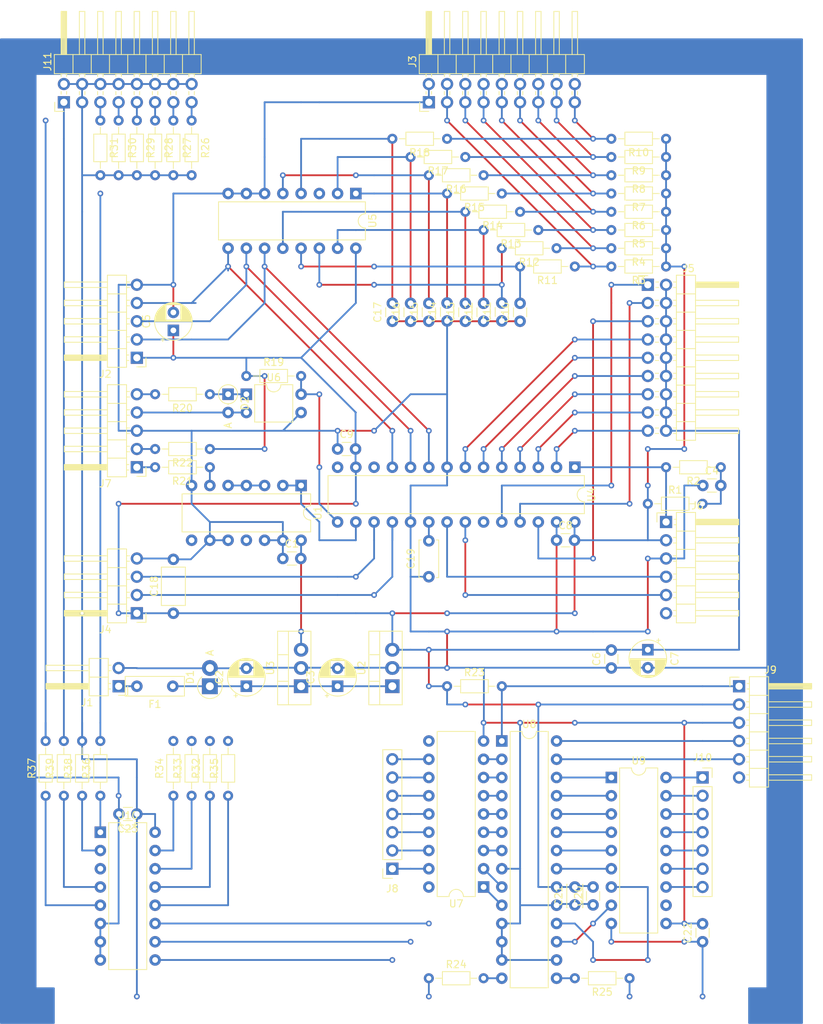
<source format=kicad_pcb>
(kicad_pcb (version 20171130) (host pcbnew 5.1.10-1.fc34)
  (layers (0 F.Cu signal) (1 In1.Cu signal) (2 In2.Cu signal) (31 B.Cu signal) (34 B.Paste user) (35 F.Paste user) (36 B.SilkS user) (37 F.SilkS user) (38 B.Mask user) (39 F.Mask user) (44 Edge.Cuts user))
  (net 0 "")
  (net 1 +5V)
  (net 2 GND)
  (net 3 "Net-(C2-Pad1)")
  (net 4 VDD)
  (net 5 "Net-(C12-Pad2)")
  (net 6 "Net-(C14-Pad2)")
  (net 7 "Net-(C15-Pad2)")
  (net 8 "Net-(C16-Pad2)")
  (net 9 "Net-(C17-Pad2)")
  (net 10 "Net-(C19-Pad2)")
  (net 11 "Net-(D2-Pad2)")
  (net 12 "Net-(D2-Pad1)")
  (net 13 "Net-(J3-Pad17)")
  (net 14 "Net-(J3-Pad15)")
  (net 15 "Net-(J3-Pad13)")
  (net 16 "Net-(J3-Pad11)")
  (net 17 "Net-(J3-Pad10)")
  (net 18 "Net-(J3-Pad7)")
  (net 19 "Net-(J3-Pad5)")
  (net 20 "Net-(J3-Pad3)")
  (net 21 "Net-(J5-Pad17)")
  (net 22 "Net-(J5-Pad15)")
  (net 23 "Net-(J5-Pad13)")
  (net 24 "Net-(J5-Pad11)")
  (net 25 "Net-(J5-Pad9)")
  (net 26 "Net-(J5-Pad7)")
  (net 27 "Net-(J5-Pad5)")
  (net 28 "Net-(J5-Pad1)")
  (net 29 "Net-(J6-Pad5)")
  (net 30 "Net-(J6-Pad4)")
  (net 31 "Net-(J6-Pad1)")
  (net 32 "Net-(J7-Pad5)")
  (net 33 "Net-(J7-Pad2)")
  (net 34 "Net-(J7-Pad1)")
  (net 35 "Net-(U1-Pad3)")
  (net 36 "Net-(U1-Pad1)")
  (net 37 "Net-(U4-Pad23)")
  (net 38 "Net-(C4-Pad2)")
  (net 39 "Net-(C10-Pad2)")
  (net 40 "Net-(C11-Pad2)")
  (net 41 "Net-(C13-Pad2)")
  (net 42 "Net-(F1-Pad2)")
  (net 43 /Sheet60E5A5FF/C)
  (net 44 /Sheet60E5A5FF/B)
  (net 45 /Sheet60E5A5FF/A)
  (net 46 /Sheet60D32BD3/SCL)
  (net 47 /Sheet60D32BD3/SDA)
  (net 48 /Sheet60E5A5FF/A+)
  (net 49 "Net-(J8-Pad7)")
  (net 50 "Net-(J8-Pad6)")
  (net 51 "Net-(J8-Pad5)")
  (net 52 "Net-(J8-Pad4)")
  (net 53 "Net-(J8-Pad3)")
  (net 54 "Net-(J8-Pad2)")
  (net 55 "Net-(J8-Pad1)")
  (net 56 "Net-(J9-Pad5)")
  (net 57 "Net-(J9-Pad4)")
  (net 58 "Net-(J9-Pad1)")
  (net 59 "Net-(J10-Pad7)")
  (net 60 "Net-(J10-Pad6)")
  (net 61 "Net-(J10-Pad5)")
  (net 62 "Net-(J10-Pad4)")
  (net 63 "Net-(J10-Pad3)")
  (net 64 "Net-(J10-Pad2)")
  (net 65 "Net-(J10-Pad1)")
  (net 66 "Net-(J11-Pad15)")
  (net 67 "Net-(J11-Pad13)")
  (net 68 "Net-(J11-Pad11)")
  (net 69 "Net-(J11-Pad9)")
  (net 70 "Net-(J11-Pad7)")
  (net 71 "Net-(J11-Pad5)")
  (net 72 "Net-(J11-Pad1)")
  (net 73 "Net-(R19-Pad2)")
  (net 74 "Net-(R21-Pad1)")
  (net 75 "Net-(R32-Pad1)")
  (net 76 "Net-(R33-Pad1)")
  (net 77 "Net-(R34-Pad1)")
  (net 78 "Net-(R35-Pad1)")
  (net 79 "Net-(R36-Pad1)")
  (net 80 "Net-(R37-Pad1)")
  (net 81 "Net-(R38-Pad1)")
  (net 82 "Net-(R39-Pad1)")
  (net 83 "Net-(U7-Pad8)")
  (net 84 "Net-(U7-Pad7)")
  (net 85 "Net-(U7-Pad6)")
  (net 86 "Net-(U7-Pad5)")
  (net 87 "Net-(U7-Pad4)")
  (net 88 "Net-(U7-Pad3)")
  (net 89 "Net-(U7-Pad2)")
  (net 90 "Net-(U7-Pad1)")
  (net 91 "Net-(U8-Pad26)")
  (net 92 "Net-(U8-Pad25)")
  (net 93 "Net-(U8-Pad24)")
  (net 94 "Net-(U8-Pad23)")
  (net 95 "Net-(U8-Pad22)")
  (net 96 "Net-(U8-Pad21)")
  (net 97 "Net-(U8-Pad18)")
  (net 98 "Net-(U8-Pad17)")
  (module Package_DIP:DIP-16_W7.62mm (layer F.Cu) (at 101.6 157.48)
    (fp_text reference U10 (at 3.81 -2.33) (layer F.SilkS))
    (fp_text value 4051)
    (pad 16 thru_hole oval (at 7.62 0) (size 1.6 1.6) (drill 0.8) (layers *.Cu *.Mask) (net 4 VDD))
    (pad 8 thru_hole oval (at 0 17.78) (size 1.6 1.6) (drill 0.8) (layers *.Cu *.Mask) (net 2 GND))
    (pad 15 thru_hole oval (at 7.62 2.54) (size 1.6 1.6) (drill 0.8) (layers *.Cu *.Mask) (net 77 "Net-(R34-Pad1)"))
    (pad 7 thru_hole oval (at 0 15.24) (size 1.6 1.6) (drill 0.8) (layers *.Cu *.Mask) (net 2 GND))
    (pad 14 thru_hole oval (at 7.62 5.08) (size 1.6 1.6) (drill 0.8) (layers *.Cu *.Mask) (net 76 "Net-(R33-Pad1)"))
    (pad 6 thru_hole oval (at 0 12.7) (size 1.6 1.6) (drill 0.8) (layers *.Cu *.Mask) (net 2 GND))
    (pad 13 thru_hole oval (at 7.62 7.62) (size 1.6 1.6) (drill 0.8) (layers *.Cu *.Mask) (net 75 "Net-(R32-Pad1)"))
    (pad 5 thru_hole oval (at 0 10.16) (size 1.6 1.6) (drill 0.8) (layers *.Cu *.Mask) (net 80 "Net-(R37-Pad1)"))
    (pad 12 thru_hole oval (at 7.62 10.16) (size 1.6 1.6) (drill 0.8) (layers *.Cu *.Mask) (net 78 "Net-(R35-Pad1)"))
    (pad 4 thru_hole oval (at 0 7.62) (size 1.6 1.6) (drill 0.8) (layers *.Cu *.Mask) (net 82 "Net-(R39-Pad1)"))
    (pad 11 thru_hole oval (at 7.62 12.7) (size 1.6 1.6) (drill 0.8) (layers *.Cu *.Mask) (net 45 /Sheet60E5A5FF/A))
    (pad 3 thru_hole oval (at 0 5.08) (size 1.6 1.6) (drill 0.8) (layers *.Cu *.Mask) (net 48 /Sheet60E5A5FF/A+))
    (pad 10 thru_hole oval (at 7.62 15.24) (size 1.6 1.6) (drill 0.8) (layers *.Cu *.Mask) (net 44 /Sheet60E5A5FF/B))
    (pad 2 thru_hole oval (at 0 2.54) (size 1.6 1.6) (drill 0.8) (layers *.Cu *.Mask) (net 81 "Net-(R38-Pad1)"))
    (pad 9 thru_hole oval (at 7.62 17.78) (size 1.6 1.6) (drill 0.8) (layers *.Cu *.Mask) (net 43 /Sheet60E5A5FF/C))
    (pad 1 thru_hole rect (at 0 0) (size 1.6 1.6) (drill 0.8) (layers *.Cu *.Mask) (net 79 "Net-(R36-Pad1)"))
  )
  (module Package_DIP:DIP-18_W7.62mm (layer F.Cu) (at 172.72 149.86)
    (fp_text reference U9 (at 3.81 -2.33) (layer F.SilkS))
    (fp_text value TBD62783A)
    (pad 18 thru_hole oval (at 7.62 0) (size 1.6 1.6) (drill 0.8) (layers *.Cu *.Mask) (net 65 "Net-(J10-Pad1)"))
    (pad 9 thru_hole oval (at 0 20.32) (size 1.6 1.6) (drill 0.8) (layers *.Cu *.Mask) (net 4 VDD))
    (pad 17 thru_hole oval (at 7.62 2.54) (size 1.6 1.6) (drill 0.8) (layers *.Cu *.Mask) (net 64 "Net-(J10-Pad2)"))
    (pad 8 thru_hole oval (at 0 17.78) (size 1.6 1.6) (drill 0.8) (layers *.Cu *.Mask) (net 98 "Net-(U8-Pad17)"))
    (pad 16 thru_hole oval (at 7.62 5.08) (size 1.6 1.6) (drill 0.8) (layers *.Cu *.Mask) (net 63 "Net-(J10-Pad3)"))
    (pad 7 thru_hole oval (at 0 15.24) (size 1.6 1.6) (drill 0.8) (layers *.Cu *.Mask) (net 97 "Net-(U8-Pad18)"))
    (pad 15 thru_hole oval (at 7.62 7.62) (size 1.6 1.6) (drill 0.8) (layers *.Cu *.Mask) (net 62 "Net-(J10-Pad4)"))
    (pad 6 thru_hole oval (at 0 12.7) (size 1.6 1.6) (drill 0.8) (layers *.Cu *.Mask) (net 96 "Net-(U8-Pad21)"))
    (pad 14 thru_hole oval (at 7.62 10.16) (size 1.6 1.6) (drill 0.8) (layers *.Cu *.Mask) (net 61 "Net-(J10-Pad5)"))
    (pad 5 thru_hole oval (at 0 10.16) (size 1.6 1.6) (drill 0.8) (layers *.Cu *.Mask) (net 95 "Net-(U8-Pad22)"))
    (pad 13 thru_hole oval (at 7.62 12.7) (size 1.6 1.6) (drill 0.8) (layers *.Cu *.Mask) (net 60 "Net-(J10-Pad6)"))
    (pad 4 thru_hole oval (at 0 7.62) (size 1.6 1.6) (drill 0.8) (layers *.Cu *.Mask) (net 94 "Net-(U8-Pad23)"))
    (pad 12 thru_hole oval (at 7.62 15.24) (size 1.6 1.6) (drill 0.8) (layers *.Cu *.Mask) (net 59 "Net-(J10-Pad7)"))
    (pad 3 thru_hole oval (at 0 5.08) (size 1.6 1.6) (drill 0.8) (layers *.Cu *.Mask) (net 93 "Net-(U8-Pad24)"))
    (pad 11 thru_hole oval (at 7.62 17.78) (size 1.6 1.6) (drill 0.8) (layers *.Cu *.Mask))
    (pad 2 thru_hole oval (at 0 2.54) (size 1.6 1.6) (drill 0.8) (layers *.Cu *.Mask) (net 92 "Net-(U8-Pad25)"))
    (pad 10 thru_hole oval (at 7.62 20.32) (size 1.6 1.6) (drill 0.8) (layers *.Cu *.Mask) (net 2 GND))
    (pad 1 thru_hole rect (at 0 0) (size 1.6 1.6) (drill 0.8) (layers *.Cu *.Mask) (net 91 "Net-(U8-Pad26)"))
  )
  (module Package_DIP:DIP-28_W7.62mm (layer F.Cu) (at 157.48 144.78)
    (fp_text reference U8 (at 3.81 -2.33) (layer F.SilkS))
    (fp_text value PIC16F18854-SO)
    (pad 28 thru_hole oval (at 7.62 0) (size 1.6 1.6) (drill 0.8) (layers *.Cu *.Mask) (net 57 "Net-(J9-Pad4)"))
    (pad 14 thru_hole oval (at 0 33.02) (size 1.6 1.6) (drill 0.8) (layers *.Cu *.Mask) (net 46 /Sheet60D32BD3/SCL))
    (pad 27 thru_hole oval (at 7.62 2.54) (size 1.6 1.6) (drill 0.8) (layers *.Cu *.Mask) (net 56 "Net-(J9-Pad5)"))
    (pad 13 thru_hole oval (at 0 30.48) (size 1.6 1.6) (drill 0.8) (layers *.Cu *.Mask) (net 2 GND))
    (pad 26 thru_hole oval (at 7.62 5.08) (size 1.6 1.6) (drill 0.8) (layers *.Cu *.Mask) (net 91 "Net-(U8-Pad26)"))
    (pad 12 thru_hole oval (at 0 27.94) (size 1.6 1.6) (drill 0.8) (layers *.Cu *.Mask) (net 2 GND))
    (pad 25 thru_hole oval (at 7.62 7.62) (size 1.6 1.6) (drill 0.8) (layers *.Cu *.Mask) (net 92 "Net-(U8-Pad25)"))
    (pad 11 thru_hole oval (at 0 25.4) (size 1.6 1.6) (drill 0.8) (layers *.Cu *.Mask) (net 2 GND))
    (pad 24 thru_hole oval (at 7.62 10.16) (size 1.6 1.6) (drill 0.8) (layers *.Cu *.Mask) (net 93 "Net-(U8-Pad24)"))
    (pad 10 thru_hole oval (at 0 22.86) (size 1.6 1.6) (drill 0.8) (layers *.Cu *.Mask) (net 90 "Net-(U7-Pad1)"))
    (pad 23 thru_hole oval (at 7.62 12.7) (size 1.6 1.6) (drill 0.8) (layers *.Cu *.Mask) (net 94 "Net-(U8-Pad23)"))
    (pad 9 thru_hole oval (at 0 20.32) (size 1.6 1.6) (drill 0.8) (layers *.Cu *.Mask) (net 89 "Net-(U7-Pad2)"))
    (pad 22 thru_hole oval (at 7.62 15.24) (size 1.6 1.6) (drill 0.8) (layers *.Cu *.Mask) (net 95 "Net-(U8-Pad22)"))
    (pad 8 thru_hole oval (at 0 17.78) (size 1.6 1.6) (drill 0.8) (layers *.Cu *.Mask) (net 2 GND))
    (pad 21 thru_hole oval (at 7.62 17.78) (size 1.6 1.6) (drill 0.8) (layers *.Cu *.Mask) (net 96 "Net-(U8-Pad21)"))
    (pad 7 thru_hole oval (at 0 15.24) (size 1.6 1.6) (drill 0.8) (layers *.Cu *.Mask) (net 88 "Net-(U7-Pad3)"))
    (pad 20 thru_hole oval (at 7.62 20.32) (size 1.6 1.6) (drill 0.8) (layers *.Cu *.Mask) (net 4 VDD))
    (pad 6 thru_hole oval (at 0 12.7) (size 1.6 1.6) (drill 0.8) (layers *.Cu *.Mask) (net 87 "Net-(U7-Pad4)"))
    (pad 19 thru_hole oval (at 7.62 22.86) (size 1.6 1.6) (drill 0.8) (layers *.Cu *.Mask) (net 2 GND))
    (pad 5 thru_hole oval (at 0 10.16) (size 1.6 1.6) (drill 0.8) (layers *.Cu *.Mask) (net 86 "Net-(U7-Pad5)"))
    (pad 18 thru_hole oval (at 7.62 25.4) (size 1.6 1.6) (drill 0.8) (layers *.Cu *.Mask) (net 97 "Net-(U8-Pad18)"))
    (pad 4 thru_hole oval (at 0 7.62) (size 1.6 1.6) (drill 0.8) (layers *.Cu *.Mask) (net 85 "Net-(U7-Pad6)"))
    (pad 17 thru_hole oval (at 7.62 27.94) (size 1.6 1.6) (drill 0.8) (layers *.Cu *.Mask) (net 98 "Net-(U8-Pad17)"))
    (pad 3 thru_hole oval (at 0 5.08) (size 1.6 1.6) (drill 0.8) (layers *.Cu *.Mask) (net 84 "Net-(U7-Pad7)"))
    (pad 16 thru_hole oval (at 7.62 30.48) (size 1.6 1.6) (drill 0.8) (layers *.Cu *.Mask) (net 2 GND))
    (pad 2 thru_hole oval (at 0 2.54) (size 1.6 1.6) (drill 0.8) (layers *.Cu *.Mask) (net 83 "Net-(U7-Pad8)"))
    (pad 15 thru_hole oval (at 7.62 33.02) (size 1.6 1.6) (drill 0.8) (layers *.Cu *.Mask) (net 47 /Sheet60D32BD3/SDA))
    (pad 1 thru_hole rect (at 0 0) (size 1.6 1.6) (drill 0.8) (layers *.Cu *.Mask) (net 58 "Net-(J9-Pad1)"))
  )
  (module Package_DIP:DIP-18_W7.62mm (layer F.Cu) (at 154.94 165.1 180)
    (fp_text reference U7 (at 3.81 -2.33) (layer F.SilkS))
    (fp_text value ULN2803A)
    (pad 18 thru_hole oval (at 7.62 0 180) (size 1.6 1.6) (drill 0.8) (layers *.Cu *.Mask))
    (pad 9 thru_hole oval (at 0 20.32 180) (size 1.6 1.6) (drill 0.8) (layers *.Cu *.Mask) (net 2 GND))
    (pad 17 thru_hole oval (at 7.62 2.54 180) (size 1.6 1.6) (drill 0.8) (layers *.Cu *.Mask) (net 55 "Net-(J8-Pad1)"))
    (pad 8 thru_hole oval (at 0 17.78 180) (size 1.6 1.6) (drill 0.8) (layers *.Cu *.Mask) (net 83 "Net-(U7-Pad8)"))
    (pad 16 thru_hole oval (at 7.62 5.08 180) (size 1.6 1.6) (drill 0.8) (layers *.Cu *.Mask) (net 54 "Net-(J8-Pad2)"))
    (pad 7 thru_hole oval (at 0 15.24 180) (size 1.6 1.6) (drill 0.8) (layers *.Cu *.Mask) (net 84 "Net-(U7-Pad7)"))
    (pad 15 thru_hole oval (at 7.62 7.62 180) (size 1.6 1.6) (drill 0.8) (layers *.Cu *.Mask) (net 53 "Net-(J8-Pad3)"))
    (pad 6 thru_hole oval (at 0 12.7 180) (size 1.6 1.6) (drill 0.8) (layers *.Cu *.Mask) (net 85 "Net-(U7-Pad6)"))
    (pad 14 thru_hole oval (at 7.62 10.16 180) (size 1.6 1.6) (drill 0.8) (layers *.Cu *.Mask) (net 52 "Net-(J8-Pad4)"))
    (pad 5 thru_hole oval (at 0 10.16 180) (size 1.6 1.6) (drill 0.8) (layers *.Cu *.Mask) (net 86 "Net-(U7-Pad5)"))
    (pad 13 thru_hole oval (at 7.62 12.7 180) (size 1.6 1.6) (drill 0.8) (layers *.Cu *.Mask) (net 51 "Net-(J8-Pad5)"))
    (pad 4 thru_hole oval (at 0 7.62 180) (size 1.6 1.6) (drill 0.8) (layers *.Cu *.Mask) (net 87 "Net-(U7-Pad4)"))
    (pad 12 thru_hole oval (at 7.62 15.24 180) (size 1.6 1.6) (drill 0.8) (layers *.Cu *.Mask) (net 50 "Net-(J8-Pad6)"))
    (pad 3 thru_hole oval (at 0 5.08 180) (size 1.6 1.6) (drill 0.8) (layers *.Cu *.Mask) (net 88 "Net-(U7-Pad3)"))
    (pad 11 thru_hole oval (at 7.62 17.78 180) (size 1.6 1.6) (drill 0.8) (layers *.Cu *.Mask) (net 49 "Net-(J8-Pad7)"))
    (pad 2 thru_hole oval (at 0 2.54 180) (size 1.6 1.6) (drill 0.8) (layers *.Cu *.Mask) (net 89 "Net-(U7-Pad2)"))
    (pad 10 thru_hole oval (at 7.62 20.32 180) (size 1.6 1.6) (drill 0.8) (layers *.Cu *.Mask))
    (pad 1 thru_hole rect (at 0 0 180) (size 1.6 1.6) (drill 0.8) (layers *.Cu *.Mask) (net 90 "Net-(U7-Pad1)"))
  )
  (module Resistor_THT:R_Axial_DIN0204_L3.6mm_D1.6mm_P7.62mm_Horizontal (layer F.Cu) (at 96.52 152.4 90)
    (fp_text reference R39 (at 3.81 -1.92 90) (layer F.SilkS))
    (fp_text value 220)
    (pad 2 thru_hole oval (at 7.62 0 90) (size 1.4 1.4) (drill 0.7) (layers *.Cu *.Mask) (net 72 "Net-(J11-Pad1)"))
    (pad 1 thru_hole circle (at 0 0 90) (size 1.4 1.4) (drill 0.7) (layers *.Cu *.Mask) (net 82 "Net-(R39-Pad1)"))
  )
  (module Resistor_THT:R_Axial_DIN0204_L3.6mm_D1.6mm_P7.62mm_Horizontal (layer F.Cu) (at 99.06 152.4 90)
    (fp_text reference R38 (at 3.81 -1.92 90) (layer F.SilkS))
    (fp_text value 220)
    (pad 2 thru_hole oval (at 7.62 0 90) (size 1.4 1.4) (drill 0.7) (layers *.Cu *.Mask) (net 4 VDD))
    (pad 1 thru_hole circle (at 0 0 90) (size 1.4 1.4) (drill 0.7) (layers *.Cu *.Mask) (net 81 "Net-(R38-Pad1)"))
  )
  (module Resistor_THT:R_Axial_DIN0204_L3.6mm_D1.6mm_P7.62mm_Horizontal (layer F.Cu) (at 93.98 152.4 90)
    (fp_text reference R37 (at 3.81 -1.92 90) (layer F.SilkS))
    (fp_text value 220)
    (pad 2 thru_hole oval (at 7.62 0 90) (size 1.4 1.4) (drill 0.7) (layers *.Cu *.Mask) (net 71 "Net-(J11-Pad5)"))
    (pad 1 thru_hole circle (at 0 0 90) (size 1.4 1.4) (drill 0.7) (layers *.Cu *.Mask) (net 80 "Net-(R37-Pad1)"))
  )
  (module Resistor_THT:R_Axial_DIN0204_L3.6mm_D1.6mm_P7.62mm_Horizontal (layer F.Cu) (at 101.6 152.4 90)
    (fp_text reference R36 (at 3.81 -1.92 90) (layer F.SilkS))
    (fp_text value 220)
    (pad 2 thru_hole oval (at 7.62 0 90) (size 1.4 1.4) (drill 0.7) (layers *.Cu *.Mask) (net 70 "Net-(J11-Pad7)"))
    (pad 1 thru_hole circle (at 0 0 90) (size 1.4 1.4) (drill 0.7) (layers *.Cu *.Mask) (net 79 "Net-(R36-Pad1)"))
  )
  (module Resistor_THT:R_Axial_DIN0204_L3.6mm_D1.6mm_P7.62mm_Horizontal (layer F.Cu) (at 119.38 152.4 90)
    (fp_text reference R35 (at 3.81 -1.92 90) (layer F.SilkS))
    (fp_text value 220)
    (pad 2 thru_hole oval (at 7.62 0 90) (size 1.4 1.4) (drill 0.7) (layers *.Cu *.Mask) (net 69 "Net-(J11-Pad9)"))
    (pad 1 thru_hole circle (at 0 0 90) (size 1.4 1.4) (drill 0.7) (layers *.Cu *.Mask) (net 78 "Net-(R35-Pad1)"))
  )
  (module Resistor_THT:R_Axial_DIN0204_L3.6mm_D1.6mm_P7.62mm_Horizontal (layer F.Cu) (at 111.76 152.4 90)
    (fp_text reference R34 (at 3.81 -1.92 90) (layer F.SilkS))
    (fp_text value 220)
    (pad 2 thru_hole oval (at 7.62 0 90) (size 1.4 1.4) (drill 0.7) (layers *.Cu *.Mask) (net 68 "Net-(J11-Pad11)"))
    (pad 1 thru_hole circle (at 0 0 90) (size 1.4 1.4) (drill 0.7) (layers *.Cu *.Mask) (net 77 "Net-(R34-Pad1)"))
  )
  (module Resistor_THT:R_Axial_DIN0204_L3.6mm_D1.6mm_P7.62mm_Horizontal (layer F.Cu) (at 114.3 152.4 90)
    (fp_text reference R33 (at 3.81 -1.92 90) (layer F.SilkS))
    (fp_text value 220)
    (pad 2 thru_hole oval (at 7.62 0 90) (size 1.4 1.4) (drill 0.7) (layers *.Cu *.Mask) (net 67 "Net-(J11-Pad13)"))
    (pad 1 thru_hole circle (at 0 0 90) (size 1.4 1.4) (drill 0.7) (layers *.Cu *.Mask) (net 76 "Net-(R33-Pad1)"))
  )
  (module Resistor_THT:R_Axial_DIN0204_L3.6mm_D1.6mm_P7.62mm_Horizontal (layer F.Cu) (at 116.84 152.4 90)
    (fp_text reference R32 (at 3.81 -1.92 90) (layer F.SilkS))
    (fp_text value 220)
    (pad 2 thru_hole oval (at 7.62 0 90) (size 1.4 1.4) (drill 0.7) (layers *.Cu *.Mask) (net 66 "Net-(J11-Pad15)"))
    (pad 1 thru_hole circle (at 0 0 90) (size 1.4 1.4) (drill 0.7) (layers *.Cu *.Mask) (net 75 "Net-(R32-Pad1)"))
  )
  (module Resistor_THT:R_Axial_DIN0204_L3.6mm_D1.6mm_P7.62mm_Horizontal (layer F.Cu) (at 101.6 58.42 270)
    (fp_text reference R31 (at 3.81 -1.92 90) (layer F.SilkS))
    (fp_text value 1Meg)
    (pad 2 thru_hole oval (at 7.62 0 270) (size 1.4 1.4) (drill 0.7) (layers *.Cu *.Mask) (net 4 VDD))
    (pad 1 thru_hole circle (at 0 0 270) (size 1.4 1.4) (drill 0.7) (layers *.Cu *.Mask) (net 71 "Net-(J11-Pad5)"))
  )
  (module Resistor_THT:R_Axial_DIN0204_L3.6mm_D1.6mm_P7.62mm_Horizontal (layer F.Cu) (at 104.14 58.42 270)
    (fp_text reference R30 (at 3.81 -1.92 90) (layer F.SilkS))
    (fp_text value 1Meg)
    (pad 2 thru_hole oval (at 7.62 0 270) (size 1.4 1.4) (drill 0.7) (layers *.Cu *.Mask) (net 4 VDD))
    (pad 1 thru_hole circle (at 0 0 270) (size 1.4 1.4) (drill 0.7) (layers *.Cu *.Mask) (net 70 "Net-(J11-Pad7)"))
  )
  (module Resistor_THT:R_Axial_DIN0204_L3.6mm_D1.6mm_P7.62mm_Horizontal (layer F.Cu) (at 106.68 58.42 270)
    (fp_text reference R29 (at 3.81 -1.92 90) (layer F.SilkS))
    (fp_text value 1Meg)
    (pad 2 thru_hole oval (at 7.62 0 270) (size 1.4 1.4) (drill 0.7) (layers *.Cu *.Mask) (net 4 VDD))
    (pad 1 thru_hole circle (at 0 0 270) (size 1.4 1.4) (drill 0.7) (layers *.Cu *.Mask) (net 69 "Net-(J11-Pad9)"))
  )
  (module Resistor_THT:R_Axial_DIN0204_L3.6mm_D1.6mm_P7.62mm_Horizontal (layer F.Cu) (at 109.22 58.42 270)
    (fp_text reference R28 (at 3.81 -1.92 90) (layer F.SilkS))
    (fp_text value 1Meg)
    (pad 2 thru_hole oval (at 7.62 0 270) (size 1.4 1.4) (drill 0.7) (layers *.Cu *.Mask) (net 4 VDD))
    (pad 1 thru_hole circle (at 0 0 270) (size 1.4 1.4) (drill 0.7) (layers *.Cu *.Mask) (net 68 "Net-(J11-Pad11)"))
  )
  (module Resistor_THT:R_Axial_DIN0204_L3.6mm_D1.6mm_P7.62mm_Horizontal (layer F.Cu) (at 111.76 58.42 270)
    (fp_text reference R27 (at 3.81 -1.92 90) (layer F.SilkS))
    (fp_text value 1Meg)
    (pad 2 thru_hole oval (at 7.62 0 270) (size 1.4 1.4) (drill 0.7) (layers *.Cu *.Mask) (net 4 VDD))
    (pad 1 thru_hole circle (at 0 0 270) (size 1.4 1.4) (drill 0.7) (layers *.Cu *.Mask) (net 67 "Net-(J11-Pad13)"))
  )
  (module Resistor_THT:R_Axial_DIN0204_L3.6mm_D1.6mm_P7.62mm_Horizontal (layer F.Cu) (at 114.3 58.42 270)
    (fp_text reference R26 (at 3.81 -1.92 90) (layer F.SilkS))
    (fp_text value 1Meg)
    (pad 2 thru_hole oval (at 7.62 0 270) (size 1.4 1.4) (drill 0.7) (layers *.Cu *.Mask) (net 4 VDD))
    (pad 1 thru_hole circle (at 0 0 270) (size 1.4 1.4) (drill 0.7) (layers *.Cu *.Mask) (net 66 "Net-(J11-Pad15)"))
  )
  (module Resistor_THT:R_Axial_DIN0204_L3.6mm_D1.6mm_P7.62mm_Horizontal (layer F.Cu) (at 175.26 177.8 180)
    (fp_text reference R25 (at 3.81 -1.92) (layer F.SilkS))
    (fp_text value 4.7k)
    (pad 2 thru_hole oval (at 7.62 0 180) (size 1.4 1.4) (drill 0.7) (layers *.Cu *.Mask) (net 47 /Sheet60D32BD3/SDA))
    (pad 1 thru_hole circle (at 0 0 180) (size 1.4 1.4) (drill 0.7) (layers *.Cu *.Mask) (net 4 VDD))
  )
  (module Resistor_THT:R_Axial_DIN0204_L3.6mm_D1.6mm_P7.62mm_Horizontal (layer F.Cu) (at 147.32 177.8)
    (fp_text reference R24 (at 3.81 -1.92) (layer F.SilkS))
    (fp_text value 4.7k)
    (pad 2 thru_hole oval (at 7.62 0) (size 1.4 1.4) (drill 0.7) (layers *.Cu *.Mask) (net 46 /Sheet60D32BD3/SCL))
    (pad 1 thru_hole circle (at 0 0) (size 1.4 1.4) (drill 0.7) (layers *.Cu *.Mask) (net 4 VDD))
  )
  (module Resistor_THT:R_Axial_DIN0204_L3.6mm_D1.6mm_P7.62mm_Horizontal (layer F.Cu) (at 149.86 137.16)
    (fp_text reference R23 (at 3.81 -1.92) (layer F.SilkS))
    (fp_text value 10k)
    (pad 2 thru_hole oval (at 7.62 0) (size 1.4 1.4) (drill 0.7) (layers *.Cu *.Mask) (net 58 "Net-(J9-Pad1)"))
    (pad 1 thru_hole circle (at 0 0) (size 1.4 1.4) (drill 0.7) (layers *.Cu *.Mask) (net 4 VDD))
  )
  (module Connector_PinHeader_2.54mm:PinHeader_2x08_P2.54mm_Horizontal (layer F.Cu) (at 96.52 55.88 90)
    (fp_text reference J11 (at 5.655 -2.27 90) (layer F.SilkS))
    (fp_text value Conn_02x08_Odd_Even)
    (pad 16 thru_hole oval (at 2.54 17.78 90) (size 1.7 1.7) (drill 1) (layers *.Cu *.Mask) (net 4 VDD))
    (pad 15 thru_hole oval (at 0 17.78 90) (size 1.7 1.7) (drill 1) (layers *.Cu *.Mask) (net 66 "Net-(J11-Pad15)"))
    (pad 14 thru_hole oval (at 2.54 15.24 90) (size 1.7 1.7) (drill 1) (layers *.Cu *.Mask) (net 4 VDD))
    (pad 13 thru_hole oval (at 0 15.24 90) (size 1.7 1.7) (drill 1) (layers *.Cu *.Mask) (net 67 "Net-(J11-Pad13)"))
    (pad 12 thru_hole oval (at 2.54 12.7 90) (size 1.7 1.7) (drill 1) (layers *.Cu *.Mask) (net 4 VDD))
    (pad 11 thru_hole oval (at 0 12.7 90) (size 1.7 1.7) (drill 1) (layers *.Cu *.Mask) (net 68 "Net-(J11-Pad11)"))
    (pad 10 thru_hole oval (at 2.54 10.16 90) (size 1.7 1.7) (drill 1) (layers *.Cu *.Mask) (net 4 VDD))
    (pad 9 thru_hole oval (at 0 10.16 90) (size 1.7 1.7) (drill 1) (layers *.Cu *.Mask) (net 69 "Net-(J11-Pad9)"))
    (pad 8 thru_hole oval (at 2.54 7.62 90) (size 1.7 1.7) (drill 1) (layers *.Cu *.Mask) (net 4 VDD))
    (pad 7 thru_hole oval (at 0 7.62 90) (size 1.7 1.7) (drill 1) (layers *.Cu *.Mask) (net 70 "Net-(J11-Pad7)"))
    (pad 6 thru_hole oval (at 2.54 5.08 90) (size 1.7 1.7) (drill 1) (layers *.Cu *.Mask) (net 4 VDD))
    (pad 5 thru_hole oval (at 0 5.08 90) (size 1.7 1.7) (drill 1) (layers *.Cu *.Mask) (net 71 "Net-(J11-Pad5)"))
    (pad 4 thru_hole oval (at 2.54 2.54 90) (size 1.7 1.7) (drill 1) (layers *.Cu *.Mask) (net 4 VDD))
    (pad 3 thru_hole oval (at 0 2.54 90) (size 1.7 1.7) (drill 1) (layers *.Cu *.Mask) (net 4 VDD))
    (pad 2 thru_hole oval (at 2.54 0 90) (size 1.7 1.7) (drill 1) (layers *.Cu *.Mask) (net 4 VDD))
    (pad 1 thru_hole rect (at 0 0 90) (size 1.7 1.7) (drill 1) (layers *.Cu *.Mask) (net 72 "Net-(J11-Pad1)"))
  )
  (module Connector_PinSocket_2.54mm:PinSocket_1x07_P2.54mm_Vertical (layer F.Cu) (at 185.42 149.86)
    (fp_text reference J10 (at 0 -2.77) (layer F.SilkS))
    (fp_text value Conn_01x07_Female)
    (pad 7 thru_hole oval (at 0 15.24) (size 1.7 1.7) (drill 1) (layers *.Cu *.Mask) (net 59 "Net-(J10-Pad7)"))
    (pad 6 thru_hole oval (at 0 12.7) (size 1.7 1.7) (drill 1) (layers *.Cu *.Mask) (net 60 "Net-(J10-Pad6)"))
    (pad 5 thru_hole oval (at 0 10.16) (size 1.7 1.7) (drill 1) (layers *.Cu *.Mask) (net 61 "Net-(J10-Pad5)"))
    (pad 4 thru_hole oval (at 0 7.62) (size 1.7 1.7) (drill 1) (layers *.Cu *.Mask) (net 62 "Net-(J10-Pad4)"))
    (pad 3 thru_hole oval (at 0 5.08) (size 1.7 1.7) (drill 1) (layers *.Cu *.Mask) (net 63 "Net-(J10-Pad3)"))
    (pad 2 thru_hole oval (at 0 2.54) (size 1.7 1.7) (drill 1) (layers *.Cu *.Mask) (net 64 "Net-(J10-Pad2)"))
    (pad 1 thru_hole rect (at 0 0) (size 1.7 1.7) (drill 1) (layers *.Cu *.Mask) (net 65 "Net-(J10-Pad1)"))
  )
  (module Connector_PinHeader_2.54mm:PinHeader_1x06_P2.54mm_Horizontal (layer F.Cu) (at 190.5 137.16)
    (fp_text reference J9 (at 4.385 -2.27) (layer F.SilkS))
    (fp_text value Conn_PIC_ICSP_ICD)
    (pad 6 thru_hole oval (at 0 12.7) (size 1.7 1.7) (drill 1) (layers *.Cu *.Mask))
    (pad 5 thru_hole oval (at 0 10.16) (size 1.7 1.7) (drill 1) (layers *.Cu *.Mask) (net 56 "Net-(J9-Pad5)"))
    (pad 4 thru_hole oval (at 0 7.62) (size 1.7 1.7) (drill 1) (layers *.Cu *.Mask) (net 57 "Net-(J9-Pad4)"))
    (pad 3 thru_hole oval (at 0 5.08) (size 1.7 1.7) (drill 1) (layers *.Cu *.Mask) (net 2 GND))
    (pad 2 thru_hole oval (at 0 2.54) (size 1.7 1.7) (drill 1) (layers *.Cu *.Mask) (net 4 VDD))
    (pad 1 thru_hole rect (at 0 0) (size 1.7 1.7) (drill 1) (layers *.Cu *.Mask) (net 58 "Net-(J9-Pad1)"))
  )
  (module Connector_PinSocket_2.54mm:PinSocket_1x07_P2.54mm_Vertical (layer F.Cu) (at 142.24 162.56 180)
    (fp_text reference J8 (at 0 -2.77) (layer F.SilkS))
    (fp_text value Conn_01x07_Female)
    (pad 7 thru_hole oval (at 0 15.24 180) (size 1.7 1.7) (drill 1) (layers *.Cu *.Mask) (net 49 "Net-(J8-Pad7)"))
    (pad 6 thru_hole oval (at 0 12.7 180) (size 1.7 1.7) (drill 1) (layers *.Cu *.Mask) (net 50 "Net-(J8-Pad6)"))
    (pad 5 thru_hole oval (at 0 10.16 180) (size 1.7 1.7) (drill 1) (layers *.Cu *.Mask) (net 51 "Net-(J8-Pad5)"))
    (pad 4 thru_hole oval (at 0 7.62 180) (size 1.7 1.7) (drill 1) (layers *.Cu *.Mask) (net 52 "Net-(J8-Pad4)"))
    (pad 3 thru_hole oval (at 0 5.08 180) (size 1.7 1.7) (drill 1) (layers *.Cu *.Mask) (net 53 "Net-(J8-Pad3)"))
    (pad 2 thru_hole oval (at 0 2.54 180) (size 1.7 1.7) (drill 1) (layers *.Cu *.Mask) (net 54 "Net-(J8-Pad2)"))
    (pad 1 thru_hole rect (at 0 0 180) (size 1.7 1.7) (drill 1) (layers *.Cu *.Mask) (net 55 "Net-(J8-Pad1)"))
  )
  (module Capacitor_THT:C_Disc_D3.0mm_W1.6mm_P2.50mm (layer F.Cu) (at 106.68 154.94 180)
    (fp_text reference C23 (at 1.25 -2.05) (layer F.SilkS))
    (fp_text value 0.1u)
    (pad 2 thru_hole circle (at 2.5 0 180) (size 1.6 1.6) (drill 0.8) (layers *.Cu *.Mask) (net 2 GND))
    (pad 1 thru_hole circle (at 0 0 180) (size 1.6 1.6) (drill 0.8) (layers *.Cu *.Mask) (net 4 VDD))
  )
  (module Capacitor_THT:C_Disc_D3.0mm_W1.6mm_P2.50mm (layer F.Cu) (at 185.42 172.72 90)
    (fp_text reference C22 (at 1.25 -2.05 90) (layer F.SilkS))
    (fp_text value 0.1u)
    (pad 2 thru_hole circle (at 2.5 0 90) (size 1.6 1.6) (drill 0.8) (layers *.Cu *.Mask) (net 2 GND))
    (pad 1 thru_hole circle (at 0 0 90) (size 1.6 1.6) (drill 0.8) (layers *.Cu *.Mask) (net 4 VDD))
  )
  (module Capacitor_THT:C_Disc_D3.0mm_W2.0mm_P2.50mm (layer F.Cu) (at 167.64 167.6 90)
    (fp_text reference C21 (at 1.25 -2.25 90) (layer F.SilkS))
    (fp_text value 0.01u)
    (pad 2 thru_hole circle (at 2.5 0 90) (size 1.6 1.6) (drill 0.8) (layers *.Cu *.Mask) (net 4 VDD))
    (pad 1 thru_hole circle (at 0 0 90) (size 1.6 1.6) (drill 0.8) (layers *.Cu *.Mask) (net 2 GND))
  )
  (module Capacitor_THT:C_Disc_D3.0mm_W1.6mm_P2.50mm (layer F.Cu) (at 170.18 167.6 90)
    (fp_text reference C20 (at 1.25 -2.05 90) (layer F.SilkS))
    (fp_text value 0.1u)
    (pad 2 thru_hole circle (at 2.5 0 90) (size 1.6 1.6) (drill 0.8) (layers *.Cu *.Mask) (net 4 VDD))
    (pad 1 thru_hole circle (at 0 0 90) (size 1.6 1.6) (drill 0.8) (layers *.Cu *.Mask) (net 2 GND))
  )
  (module Capacitor_THT:CP_Radial_D5.0mm_P2.50mm (layer F.Cu) (at 177.8 132.08 270)
    (fp_text reference C7 (at 1.25 -3.75 90) (layer F.SilkS))
    (fp_text value 10u)
    (pad 1 thru_hole rect (at 0 0 270) (size 1.6 1.6) (drill 0.8) (layers *.Cu *.Mask) (net 4 VDD))
    (pad 2 thru_hole circle (at 2.5 0 270) (size 1.6 1.6) (drill 0.8) (layers *.Cu *.Mask) (net 2 GND))
  )
  (module Capacitor_THT:C_Disc_D3.0mm_W1.6mm_P2.50mm (layer F.Cu) (at 147.32 86.36 90)
    (fp_text reference C15 (at 1.25 -2.05 90) (layer F.SilkS))
    (fp_text value 0.1u)
    (pad 2 thru_hole circle (at 2.5 0 90) (size 1.6 1.6) (drill 0.8) (layers *.Cu *.Mask) (net 7 "Net-(C15-Pad2)"))
    (pad 1 thru_hole circle (at 0 0 90) (size 1.6 1.6) (drill 0.8) (layers *.Cu *.Mask) (net 2 GND))
  )
  (module Capacitor_THT:C_Disc_D3.0mm_W1.6mm_P2.50mm (layer F.Cu) (at 144.78 86.36 90)
    (fp_text reference C16 (at 1.25 -2.05 90) (layer F.SilkS))
    (fp_text value 0.1u)
    (pad 2 thru_hole circle (at 2.5 0 90) (size 1.6 1.6) (drill 0.8) (layers *.Cu *.Mask) (net 8 "Net-(C16-Pad2)"))
    (pad 1 thru_hole circle (at 0 0 90) (size 1.6 1.6) (drill 0.8) (layers *.Cu *.Mask) (net 2 GND))
  )
  (module Capacitor_THT:C_Axial_L5.1mm_D3.1mm_P7.50mm_Horizontal (layer F.Cu) (at 111.76 127 90)
    (fp_text reference C18 (at 3.75 -2.67 90) (layer F.SilkS))
    (fp_text value 10u)
    (pad 2 thru_hole oval (at 7.5 0 90) (size 1.6 1.6) (drill 0.8) (layers *.Cu *.Mask) (net 2 GND))
    (pad 1 thru_hole circle (at 0 0 90) (size 1.6 1.6) (drill 0.8) (layers *.Cu *.Mask) (net 4 VDD))
  )
  (module Capacitor_THT:C_Disc_D5.0mm_W2.5mm_P5.00mm (layer F.Cu) (at 147.32 121.92 90)
    (fp_text reference C19 (at 2.5 -2.5 90) (layer F.SilkS))
    (fp_text value 10uF)
    (pad 2 thru_hole circle (at 5 0 90) (size 1.6 1.6) (drill 0.8) (layers *.Cu *.Mask) (net 10 "Net-(C19-Pad2)"))
    (pad 1 thru_hole circle (at 0 0 90) (size 1.6 1.6) (drill 0.8) (layers *.Cu *.Mask) (net 2 GND))
  )
  (module Diode_THT:D_DO-41_SOD81_P2.54mm_Vertical_AnodeUp (layer F.Cu) (at 116.84 137.16 90)
    (fp_text reference D1 (at 1.27 -2.750635 90) (layer F.SilkS))
    (fp_text value 1N4007)
    (fp_text user A (at 4.64 0 90) (layer F.SilkS))
    (pad 2 thru_hole oval (at 2.54 0 90) (size 2.2 2.2) (drill 1.1) (layers *.Cu *.Mask) (net 2 GND))
    (pad 1 thru_hole rect (at 0 0 90) (size 2.2 2.2) (drill 1.1) (layers *.Cu *.Mask) (net 3 "Net-(C2-Pad1)"))
  )
  (module Package_DIP:DIP-28_W7.62mm (layer F.Cu) (at 167.64 106.68 270)
    (fp_text reference U4 (at 3.81 -2.33 90) (layer F.SilkS))
    (fp_text value PIC32MX110F016B-I_SP)
    (pad 1 thru_hole rect (at 0 0 270) (size 1.6 1.6) (drill 0.8) (layers *.Cu *.Mask) (net 31 "Net-(J6-Pad1)"))
    (pad 15 thru_hole oval (at 7.62 33.02 270) (size 1.6 1.6) (drill 0.8) (layers *.Cu *.Mask) (net 73 "Net-(R19-Pad2)"))
    (pad 2 thru_hole oval (at 0 2.54 270) (size 1.6 1.6) (drill 0.8) (layers *.Cu *.Mask) (net 21 "Net-(J5-Pad17)"))
    (pad 16 thru_hole oval (at 7.62 30.48 270) (size 1.6 1.6) (drill 0.8) (layers *.Cu *.Mask) (net 36 "Net-(U1-Pad1)"))
    (pad 3 thru_hole oval (at 0 5.08 270) (size 1.6 1.6) (drill 0.8) (layers *.Cu *.Mask) (net 22 "Net-(J5-Pad15)"))
    (pad 17 thru_hole oval (at 7.62 27.94 270) (size 1.6 1.6) (drill 0.8) (layers *.Cu *.Mask) (net 46 /Sheet60D32BD3/SCL))
    (pad 4 thru_hole oval (at 0 7.62 270) (size 1.6 1.6) (drill 0.8) (layers *.Cu *.Mask) (net 23 "Net-(J5-Pad13)"))
    (pad 18 thru_hole oval (at 7.62 25.4 270) (size 1.6 1.6) (drill 0.8) (layers *.Cu *.Mask) (net 47 /Sheet60D32BD3/SDA))
    (pad 5 thru_hole oval (at 0 10.16 270) (size 1.6 1.6) (drill 0.8) (layers *.Cu *.Mask) (net 24 "Net-(J5-Pad11)"))
    (pad 19 thru_hole oval (at 7.62 22.86 270) (size 1.6 1.6) (drill 0.8) (layers *.Cu *.Mask) (net 2 GND))
    (pad 6 thru_hole oval (at 0 12.7 270) (size 1.6 1.6) (drill 0.8) (layers *.Cu *.Mask) (net 25 "Net-(J5-Pad9)"))
    (pad 20 thru_hole oval (at 7.62 20.32 270) (size 1.6 1.6) (drill 0.8) (layers *.Cu *.Mask) (net 10 "Net-(C19-Pad2)"))
    (pad 7 thru_hole oval (at 0 15.24 270) (size 1.6 1.6) (drill 0.8) (layers *.Cu *.Mask) (net 26 "Net-(J5-Pad7)"))
    (pad 21 thru_hole oval (at 7.62 17.78 270) (size 1.6 1.6) (drill 0.8) (layers *.Cu *.Mask) (net 30 "Net-(J6-Pad4)"))
    (pad 8 thru_hole oval (at 0 17.78 270) (size 1.6 1.6) (drill 0.8) (layers *.Cu *.Mask) (net 2 GND))
    (pad 22 thru_hole oval (at 7.62 15.24 270) (size 1.6 1.6) (drill 0.8) (layers *.Cu *.Mask) (net 29 "Net-(J6-Pad5)"))
    (pad 9 thru_hole oval (at 0 20.32 270) (size 1.6 1.6) (drill 0.8) (layers *.Cu *.Mask) (net 45 /Sheet60E5A5FF/A))
    (pad 23 thru_hole oval (at 7.62 12.7 270) (size 1.6 1.6) (drill 0.8) (layers *.Cu *.Mask) (net 37 "Net-(U4-Pad23)"))
    (pad 10 thru_hole oval (at 0 22.86 270) (size 1.6 1.6) (drill 0.8) (layers *.Cu *.Mask) (net 44 /Sheet60E5A5FF/B))
    (pad 24 thru_hole oval (at 7.62 10.16 270) (size 1.6 1.6) (drill 0.8) (layers *.Cu *.Mask) (net 28 "Net-(J5-Pad1)"))
    (pad 11 thru_hole oval (at 0 25.4 270) (size 1.6 1.6) (drill 0.8) (layers *.Cu *.Mask) (net 43 /Sheet60E5A5FF/C))
    (pad 25 thru_hole oval (at 7.62 7.62 270) (size 1.6 1.6) (drill 0.8) (layers *.Cu *.Mask) (net 48 /Sheet60E5A5FF/A+))
    (pad 12 thru_hole oval (at 0 27.94 270) (size 1.6 1.6) (drill 0.8) (layers *.Cu *.Mask))
    (pad 26 thru_hole oval (at 7.62 5.08 270) (size 1.6 1.6) (drill 0.8) (layers *.Cu *.Mask) (net 27 "Net-(J5-Pad5)"))
    (pad 13 thru_hole oval (at 0 30.48 270) (size 1.6 1.6) (drill 0.8) (layers *.Cu *.Mask) (net 4 VDD))
    (pad 27 thru_hole oval (at 7.62 2.54 270) (size 1.6 1.6) (drill 0.8) (layers *.Cu *.Mask) (net 2 GND))
    (pad 14 thru_hole oval (at 0 33.02 270) (size 1.6 1.6) (drill 0.8) (layers *.Cu *.Mask))
    (pad 28 thru_hole oval (at 7.62 0 270) (size 1.6 1.6) (drill 0.8) (layers *.Cu *.Mask) (net 4 VDD))
  )
  (module Diode_THT:D_DO-35_SOD27_P2.54mm_Vertical_AnodeUp (layer F.Cu) (at 119.38 96.52 270)
    (fp_text reference D2 (at 1.27 -2.326371 270) (layer F.SilkS))
    (fp_text value 1SS178)
    (fp_text user A (at 4.34 0 270) (layer F.SilkS))
    (pad 2 thru_hole oval (at 2.54 0 270) (size 1.6 1.6) (drill 0.8) (layers *.Cu *.Mask) (net 11 "Net-(D2-Pad2)"))
    (pad 1 thru_hole rect (at 0 0 270) (size 1.6 1.6) (drill 0.8) (layers *.Cu *.Mask) (net 12 "Net-(D2-Pad1)"))
  )
  (module Connector_PinHeader_2.54mm:PinHeader_1x06_P2.54mm_Horizontal (layer F.Cu) (at 180.34 114.3)
    (fp_text reference J6 (at 4.385 -2.27) (layer F.SilkS))
    (fp_text value Conn_PIC_ICSP_ICD)
    (pad 1 thru_hole rect (at 0 0) (size 1.7 1.7) (drill 1) (layers *.Cu *.Mask) (net 31 "Net-(J6-Pad1)"))
    (pad 2 thru_hole oval (at 0 2.54) (size 1.7 1.7) (drill 1) (layers *.Cu *.Mask) (net 4 VDD))
    (pad 3 thru_hole oval (at 0 5.08) (size 1.7 1.7) (drill 1) (layers *.Cu *.Mask) (net 2 GND))
    (pad 4 thru_hole oval (at 0 7.62) (size 1.7 1.7) (drill 1) (layers *.Cu *.Mask) (net 30 "Net-(J6-Pad4)"))
    (pad 5 thru_hole oval (at 0 10.16) (size 1.7 1.7) (drill 1) (layers *.Cu *.Mask) (net 29 "Net-(J6-Pad5)"))
    (pad 6 thru_hole oval (at 0 12.7) (size 1.7 1.7) (drill 1) (layers *.Cu *.Mask))
  )
  (module Package_TO_SOT_THT:TO-220-3_Vertical (layer F.Cu) (at 129.54 137.16 90)
    (fp_text reference U3 (at 2.54 -4.27 90) (layer F.SilkS))
    (fp_text value BP5293-50)
    (pad 3 thru_hole oval (at 5.08 0 90) (size 1.905 2) (drill 1.1) (layers *.Cu *.Mask) (net 1 +5V))
    (pad 2 thru_hole oval (at 2.54 0 90) (size 1.905 2) (drill 1.1) (layers *.Cu *.Mask) (net 2 GND))
    (pad 1 thru_hole rect (at 0 0 90) (size 1.905 2) (drill 1.1) (layers *.Cu *.Mask) (net 3 "Net-(C2-Pad1)"))
  )
  (module Package_TO_SOT_THT:TO-220-3_Vertical (layer F.Cu) (at 142.24 137.16 90)
    (fp_text reference U2 (at 2.54 -4.27 90) (layer F.SilkS))
    (fp_text value BP5293-33)
    (pad 3 thru_hole oval (at 5.08 0 90) (size 1.905 2) (drill 1.1) (layers *.Cu *.Mask) (net 4 VDD))
    (pad 2 thru_hole oval (at 2.54 0 90) (size 1.905 2) (drill 1.1) (layers *.Cu *.Mask) (net 2 GND))
    (pad 1 thru_hole rect (at 0 0 90) (size 1.905 2) (drill 1.1) (layers *.Cu *.Mask) (net 3 "Net-(C2-Pad1)"))
  )
  (module Package_DIP:DIP-4_W7.62mm (layer F.Cu) (at 121.92 96.52)
    (fp_text reference U6 (at 3.81 -2.33) (layer F.SilkS))
    (fp_text value TLP785)
    (pad 4 thru_hole oval (at 7.62 0) (size 1.6 1.6) (drill 0.8) (layers *.Cu *.Mask) (net 73 "Net-(R19-Pad2)"))
    (pad 2 thru_hole oval (at 0 2.54) (size 1.6 1.6) (drill 0.8) (layers *.Cu *.Mask) (net 11 "Net-(D2-Pad2)"))
    (pad 3 thru_hole oval (at 7.62 2.54) (size 1.6 1.6) (drill 0.8) (layers *.Cu *.Mask) (net 2 GND))
    (pad 1 thru_hole rect (at 0 0) (size 1.6 1.6) (drill 0.8) (layers *.Cu *.Mask) (net 12 "Net-(D2-Pad1)"))
  )
  (module Package_DIP:DIP-16_W7.62mm (layer F.Cu) (at 137.16 68.58 270)
    (fp_text reference U5 (at 3.81 -2.33 90) (layer F.SilkS))
    (fp_text value 4051)
    (pad 16 thru_hole oval (at 7.62 0 270) (size 1.6 1.6) (drill 0.8) (layers *.Cu *.Mask) (net 4 VDD))
    (pad 8 thru_hole oval (at 0 17.78 270) (size 1.6 1.6) (drill 0.8) (layers *.Cu *.Mask) (net 2 GND))
    (pad 15 thru_hole oval (at 7.62 2.54 270) (size 1.6 1.6) (drill 0.8) (layers *.Cu *.Mask) (net 5 "Net-(C12-Pad2)"))
    (pad 7 thru_hole oval (at 0 15.24 270) (size 1.6 1.6) (drill 0.8) (layers *.Cu *.Mask) (net 2 GND))
    (pad 14 thru_hole oval (at 7.62 5.08 270) (size 1.6 1.6) (drill 0.8) (layers *.Cu *.Mask) (net 40 "Net-(C11-Pad2)"))
    (pad 6 thru_hole oval (at 0 12.7 270) (size 1.6 1.6) (drill 0.8) (layers *.Cu *.Mask) (net 2 GND))
    (pad 13 thru_hole oval (at 7.62 7.62 270) (size 1.6 1.6) (drill 0.8) (layers *.Cu *.Mask) (net 39 "Net-(C10-Pad2)"))
    (pad 5 thru_hole oval (at 0 10.16 270) (size 1.6 1.6) (drill 0.8) (layers *.Cu *.Mask) (net 7 "Net-(C15-Pad2)"))
    (pad 12 thru_hole oval (at 7.62 10.16 270) (size 1.6 1.6) (drill 0.8) (layers *.Cu *.Mask) (net 41 "Net-(C13-Pad2)"))
    (pad 4 thru_hole oval (at 0 7.62 270) (size 1.6 1.6) (drill 0.8) (layers *.Cu *.Mask) (net 9 "Net-(C17-Pad2)"))
    (pad 11 thru_hole oval (at 7.62 12.7 270) (size 1.6 1.6) (drill 0.8) (layers *.Cu *.Mask) (net 45 /Sheet60E5A5FF/A))
    (pad 3 thru_hole oval (at 0 5.08 270) (size 1.6 1.6) (drill 0.8) (layers *.Cu *.Mask) (net 37 "Net-(U4-Pad23)"))
    (pad 10 thru_hole oval (at 7.62 15.24 270) (size 1.6 1.6) (drill 0.8) (layers *.Cu *.Mask) (net 44 /Sheet60E5A5FF/B))
    (pad 2 thru_hole oval (at 0 2.54 270) (size 1.6 1.6) (drill 0.8) (layers *.Cu *.Mask) (net 8 "Net-(C16-Pad2)"))
    (pad 9 thru_hole oval (at 7.62 17.78 270) (size 1.6 1.6) (drill 0.8) (layers *.Cu *.Mask) (net 43 /Sheet60E5A5FF/C))
    (pad 1 thru_hole rect (at 0 0 270) (size 1.6 1.6) (drill 0.8) (layers *.Cu *.Mask) (net 6 "Net-(C14-Pad2)"))
  )
  (module Package_DIP:DIP-14_W7.62mm (layer F.Cu) (at 129.54 109.22 270)
    (fp_text reference U1 (at 3.81 -2.33 90) (layer F.SilkS))
    (fp_text value 74HC00)
    (pad 1 thru_hole rect (at 0 0 270) (size 1.6 1.6) (drill 0.8) (layers *.Cu *.Mask) (net 36 "Net-(U1-Pad1)"))
    (pad 8 thru_hole oval (at 7.62 15.24 270) (size 1.6 1.6) (drill 0.8) (layers *.Cu *.Mask))
    (pad 2 thru_hole oval (at 0 2.54 270) (size 1.6 1.6) (drill 0.8) (layers *.Cu *.Mask) (net 36 "Net-(U1-Pad1)"))
    (pad 9 thru_hole oval (at 7.62 12.7 270) (size 1.6 1.6) (drill 0.8) (layers *.Cu *.Mask) (net 2 GND))
    (pad 3 thru_hole oval (at 0 5.08 270) (size 1.6 1.6) (drill 0.8) (layers *.Cu *.Mask) (net 35 "Net-(U1-Pad3)"))
    (pad 10 thru_hole oval (at 7.62 10.16 270) (size 1.6 1.6) (drill 0.8) (layers *.Cu *.Mask) (net 2 GND))
    (pad 4 thru_hole oval (at 0 7.62 270) (size 1.6 1.6) (drill 0.8) (layers *.Cu *.Mask) (net 35 "Net-(U1-Pad3)"))
    (pad 11 thru_hole oval (at 7.62 7.62 270) (size 1.6 1.6) (drill 0.8) (layers *.Cu *.Mask))
    (pad 5 thru_hole oval (at 0 10.16 270) (size 1.6 1.6) (drill 0.8) (layers *.Cu *.Mask) (net 35 "Net-(U1-Pad3)"))
    (pad 12 thru_hole oval (at 7.62 5.08 270) (size 1.6 1.6) (drill 0.8) (layers *.Cu *.Mask) (net 2 GND))
    (pad 6 thru_hole oval (at 0 12.7 270) (size 1.6 1.6) (drill 0.8) (layers *.Cu *.Mask) (net 74 "Net-(R21-Pad1)"))
    (pad 13 thru_hole oval (at 7.62 2.54 270) (size 1.6 1.6) (drill 0.8) (layers *.Cu *.Mask) (net 2 GND))
    (pad 7 thru_hole oval (at 0 15.24 270) (size 1.6 1.6) (drill 0.8) (layers *.Cu *.Mask) (net 2 GND))
    (pad 14 thru_hole oval (at 7.62 0 270) (size 1.6 1.6) (drill 0.8) (layers *.Cu *.Mask) (net 1 +5V))
  )
  (module Resistor_THT:R_Axial_DIN0204_L3.6mm_D1.6mm_P7.62mm_Horizontal (layer F.Cu) (at 116.84 104.14 180)
    (fp_text reference R22 (at 3.81 -1.92) (layer F.SilkS))
    (fp_text value 220)
    (pad 2 thru_hole oval (at 7.62 0 180) (size 1.4 1.4) (drill 0.7) (layers *.Cu *.Mask) (net 33 "Net-(J7-Pad2)"))
    (pad 1 thru_hole circle (at 0 0 180) (size 1.4 1.4) (drill 0.7) (layers *.Cu *.Mask) (net 4 VDD))
  )
  (module Resistor_THT:R_Axial_DIN0204_L3.6mm_D1.6mm_P7.62mm_Horizontal (layer F.Cu) (at 116.84 106.68 180)
    (fp_text reference R21 (at 3.81 -1.92) (layer F.SilkS))
    (fp_text value 220)
    (pad 2 thru_hole oval (at 7.62 0 180) (size 1.4 1.4) (drill 0.7) (layers *.Cu *.Mask) (net 34 "Net-(J7-Pad1)"))
    (pad 1 thru_hole circle (at 0 0 180) (size 1.4 1.4) (drill 0.7) (layers *.Cu *.Mask) (net 74 "Net-(R21-Pad1)"))
  )
  (module Resistor_THT:R_Axial_DIN0204_L3.6mm_D1.6mm_P7.62mm_Horizontal (layer F.Cu) (at 116.84 96.52 180)
    (fp_text reference R20 (at 3.81 -1.92) (layer F.SilkS))
    (fp_text value 220)
    (pad 2 thru_hole oval (at 7.62 0 180) (size 1.4 1.4) (drill 0.7) (layers *.Cu *.Mask) (net 32 "Net-(J7-Pad5)"))
    (pad 1 thru_hole circle (at 0 0 180) (size 1.4 1.4) (drill 0.7) (layers *.Cu *.Mask) (net 12 "Net-(D2-Pad1)"))
  )
  (module Resistor_THT:R_Axial_DIN0204_L3.6mm_D1.6mm_P7.62mm_Horizontal (layer F.Cu) (at 121.92 93.98)
    (fp_text reference R19 (at 3.81 -1.92) (layer F.SilkS))
    (fp_text value 220)
    (pad 2 thru_hole oval (at 7.62 0) (size 1.4 1.4) (drill 0.7) (layers *.Cu *.Mask) (net 73 "Net-(R19-Pad2)"))
    (pad 1 thru_hole circle (at 0 0) (size 1.4 1.4) (drill 0.7) (layers *.Cu *.Mask) (net 4 VDD))
  )
  (module Resistor_THT:R_Axial_DIN0204_L3.6mm_D1.6mm_P7.62mm_Horizontal (layer F.Cu) (at 149.86 60.96 180)
    (fp_text reference R18 (at 3.81 -1.92) (layer F.SilkS))
    (fp_text value 10k)
    (pad 2 thru_hole oval (at 7.62 0 180) (size 1.4 1.4) (drill 0.7) (layers *.Cu *.Mask) (net 9 "Net-(C17-Pad2)"))
    (pad 1 thru_hole circle (at 0 0 180) (size 1.4 1.4) (drill 0.7) (layers *.Cu *.Mask) (net 13 "Net-(J3-Pad17)"))
  )
  (module Resistor_THT:R_Axial_DIN0204_L3.6mm_D1.6mm_P7.62mm_Horizontal (layer F.Cu) (at 152.4 63.5 180)
    (fp_text reference R17 (at 3.81 -1.92) (layer F.SilkS))
    (fp_text value 10k)
    (pad 2 thru_hole oval (at 7.62 0 180) (size 1.4 1.4) (drill 0.7) (layers *.Cu *.Mask) (net 8 "Net-(C16-Pad2)"))
    (pad 1 thru_hole circle (at 0 0 180) (size 1.4 1.4) (drill 0.7) (layers *.Cu *.Mask) (net 14 "Net-(J3-Pad15)"))
  )
  (module Resistor_THT:R_Axial_DIN0204_L3.6mm_D1.6mm_P7.62mm_Horizontal (layer F.Cu) (at 154.94 66.04 180)
    (fp_text reference R16 (at 3.81 -1.92) (layer F.SilkS))
    (fp_text value 10k)
    (pad 2 thru_hole oval (at 7.62 0 180) (size 1.4 1.4) (drill 0.7) (layers *.Cu *.Mask) (net 7 "Net-(C15-Pad2)"))
    (pad 1 thru_hole circle (at 0 0 180) (size 1.4 1.4) (drill 0.7) (layers *.Cu *.Mask) (net 15 "Net-(J3-Pad13)"))
  )
  (module Resistor_THT:R_Axial_DIN0204_L3.6mm_D1.6mm_P7.62mm_Horizontal (layer F.Cu) (at 157.48 68.58 180)
    (fp_text reference R15 (at 3.81 -1.92) (layer F.SilkS))
    (fp_text value 10k)
    (pad 2 thru_hole oval (at 7.62 0 180) (size 1.4 1.4) (drill 0.7) (layers *.Cu *.Mask) (net 6 "Net-(C14-Pad2)"))
    (pad 1 thru_hole circle (at 0 0 180) (size 1.4 1.4) (drill 0.7) (layers *.Cu *.Mask) (net 16 "Net-(J3-Pad11)"))
  )
  (module Resistor_THT:R_Axial_DIN0204_L3.6mm_D1.6mm_P7.62mm_Horizontal (layer F.Cu) (at 160.02 71.12 180)
    (fp_text reference R14 (at 3.81 -1.92) (layer F.SilkS))
    (fp_text value 10k)
    (pad 2 thru_hole oval (at 7.62 0 180) (size 1.4 1.4) (drill 0.7) (layers *.Cu *.Mask) (net 41 "Net-(C13-Pad2)"))
    (pad 1 thru_hole circle (at 0 0 180) (size 1.4 1.4) (drill 0.7) (layers *.Cu *.Mask) (net 17 "Net-(J3-Pad10)"))
  )
  (module Resistor_THT:R_Axial_DIN0204_L3.6mm_D1.6mm_P7.62mm_Horizontal (layer F.Cu) (at 162.56 73.66 180)
    (fp_text reference R13 (at 3.81 -1.92) (layer F.SilkS))
    (fp_text value 10k)
    (pad 2 thru_hole oval (at 7.62 0 180) (size 1.4 1.4) (drill 0.7) (layers *.Cu *.Mask) (net 5 "Net-(C12-Pad2)"))
    (pad 1 thru_hole circle (at 0 0 180) (size 1.4 1.4) (drill 0.7) (layers *.Cu *.Mask) (net 18 "Net-(J3-Pad7)"))
  )
  (module Resistor_THT:R_Axial_DIN0204_L3.6mm_D1.6mm_P7.62mm_Horizontal (layer F.Cu) (at 165.1 76.2 180)
    (fp_text reference R12 (at 3.81 -1.92) (layer F.SilkS))
    (fp_text value 10k)
    (pad 2 thru_hole oval (at 7.62 0 180) (size 1.4 1.4) (drill 0.7) (layers *.Cu *.Mask) (net 40 "Net-(C11-Pad2)"))
    (pad 1 thru_hole circle (at 0 0 180) (size 1.4 1.4) (drill 0.7) (layers *.Cu *.Mask) (net 19 "Net-(J3-Pad5)"))
  )
  (module Resistor_THT:R_Axial_DIN0204_L3.6mm_D1.6mm_P7.62mm_Horizontal (layer F.Cu) (at 167.64 78.74 180)
    (fp_text reference R11 (at 3.81 -1.92) (layer F.SilkS))
    (fp_text value 10k)
    (pad 2 thru_hole oval (at 7.62 0 180) (size 1.4 1.4) (drill 0.7) (layers *.Cu *.Mask) (net 39 "Net-(C10-Pad2)"))
    (pad 1 thru_hole circle (at 0 0 180) (size 1.4 1.4) (drill 0.7) (layers *.Cu *.Mask) (net 20 "Net-(J3-Pad3)"))
  )
  (module Resistor_THT:R_Axial_DIN0204_L3.6mm_D1.6mm_P7.62mm_Horizontal (layer F.Cu) (at 180.34 60.96 180)
    (fp_text reference R10 (at 3.81 -1.92) (layer F.SilkS))
    (fp_text value 10k)
    (pad 2 thru_hole oval (at 7.62 0 180) (size 1.4 1.4) (drill 0.7) (layers *.Cu *.Mask) (net 13 "Net-(J3-Pad17)"))
    (pad 1 thru_hole circle (at 0 0 180) (size 1.4 1.4) (drill 0.7) (layers *.Cu *.Mask) (net 4 VDD))
  )
  (module Resistor_THT:R_Axial_DIN0204_L3.6mm_D1.6mm_P7.62mm_Horizontal (layer F.Cu) (at 180.34 63.5 180)
    (fp_text reference R9 (at 3.81 -1.92) (layer F.SilkS))
    (fp_text value 10k)
    (pad 2 thru_hole oval (at 7.62 0 180) (size 1.4 1.4) (drill 0.7) (layers *.Cu *.Mask) (net 14 "Net-(J3-Pad15)"))
    (pad 1 thru_hole circle (at 0 0 180) (size 1.4 1.4) (drill 0.7) (layers *.Cu *.Mask) (net 4 VDD))
  )
  (module Resistor_THT:R_Axial_DIN0204_L3.6mm_D1.6mm_P7.62mm_Horizontal (layer F.Cu) (at 180.34 66.04 180)
    (fp_text reference R8 (at 3.81 -1.92) (layer F.SilkS))
    (fp_text value 10k)
    (pad 2 thru_hole oval (at 7.62 0 180) (size 1.4 1.4) (drill 0.7) (layers *.Cu *.Mask) (net 15 "Net-(J3-Pad13)"))
    (pad 1 thru_hole circle (at 0 0 180) (size 1.4 1.4) (drill 0.7) (layers *.Cu *.Mask) (net 4 VDD))
  )
  (module Resistor_THT:R_Axial_DIN0204_L3.6mm_D1.6mm_P7.62mm_Horizontal (layer F.Cu) (at 180.34 68.58 180)
    (fp_text reference R7 (at 3.81 -1.92) (layer F.SilkS))
    (fp_text value 10k)
    (pad 2 thru_hole oval (at 7.62 0 180) (size 1.4 1.4) (drill 0.7) (layers *.Cu *.Mask) (net 16 "Net-(J3-Pad11)"))
    (pad 1 thru_hole circle (at 0 0 180) (size 1.4 1.4) (drill 0.7) (layers *.Cu *.Mask) (net 4 VDD))
  )
  (module Resistor_THT:R_Axial_DIN0204_L3.6mm_D1.6mm_P7.62mm_Horizontal (layer F.Cu) (at 180.34 71.12 180)
    (fp_text reference R6 (at 3.81 -1.92) (layer F.SilkS))
    (fp_text value 10k)
    (pad 2 thru_hole oval (at 7.62 0 180) (size 1.4 1.4) (drill 0.7) (layers *.Cu *.Mask) (net 17 "Net-(J3-Pad10)"))
    (pad 1 thru_hole circle (at 0 0 180) (size 1.4 1.4) (drill 0.7) (layers *.Cu *.Mask) (net 4 VDD))
  )
  (module Resistor_THT:R_Axial_DIN0204_L3.6mm_D1.6mm_P7.62mm_Horizontal (layer F.Cu) (at 180.34 73.66 180)
    (fp_text reference R5 (at 3.81 -1.92) (layer F.SilkS))
    (fp_text value 10k)
    (pad 2 thru_hole oval (at 7.62 0 180) (size 1.4 1.4) (drill 0.7) (layers *.Cu *.Mask) (net 18 "Net-(J3-Pad7)"))
    (pad 1 thru_hole circle (at 0 0 180) (size 1.4 1.4) (drill 0.7) (layers *.Cu *.Mask) (net 4 VDD))
  )
  (module Resistor_THT:R_Axial_DIN0204_L3.6mm_D1.6mm_P7.62mm_Horizontal (layer F.Cu) (at 180.34 76.2 180)
    (fp_text reference R4 (at 3.81 -1.92) (layer F.SilkS))
    (fp_text value 10k)
    (pad 2 thru_hole oval (at 7.62 0 180) (size 1.4 1.4) (drill 0.7) (layers *.Cu *.Mask) (net 19 "Net-(J3-Pad5)"))
    (pad 1 thru_hole circle (at 0 0 180) (size 1.4 1.4) (drill 0.7) (layers *.Cu *.Mask) (net 4 VDD))
  )
  (module Resistor_THT:R_Axial_DIN0204_L3.6mm_D1.6mm_P7.62mm_Horizontal (layer F.Cu) (at 180.34 78.74 180)
    (fp_text reference R3 (at 3.81 -1.92) (layer F.SilkS))
    (fp_text value 10k)
    (pad 2 thru_hole oval (at 7.62 0 180) (size 1.4 1.4) (drill 0.7) (layers *.Cu *.Mask) (net 20 "Net-(J3-Pad3)"))
    (pad 1 thru_hole circle (at 0 0 180) (size 1.4 1.4) (drill 0.7) (layers *.Cu *.Mask) (net 4 VDD))
  )
  (module Resistor_THT:R_Axial_DIN0204_L3.6mm_D1.6mm_P7.62mm_Horizontal (layer F.Cu) (at 187.96 106.68 180)
    (fp_text reference R2 (at 3.81 -1.92) (layer F.SilkS))
    (fp_text value 1k)
    (pad 2 thru_hole oval (at 7.62 0 180) (size 1.4 1.4) (drill 0.7) (layers *.Cu *.Mask) (net 31 "Net-(J6-Pad1)"))
    (pad 1 thru_hole circle (at 0 0 180) (size 1.4 1.4) (drill 0.7) (layers *.Cu *.Mask) (net 38 "Net-(C4-Pad2)"))
  )
  (module Resistor_THT:R_Axial_DIN0204_L3.6mm_D1.6mm_P7.62mm_Horizontal (layer F.Cu) (at 177.8 111.76)
    (fp_text reference R1 (at 3.81 -1.92) (layer F.SilkS))
    (fp_text value 10k)
    (pad 2 thru_hole oval (at 7.62 0) (size 1.4 1.4) (drill 0.7) (layers *.Cu *.Mask) (net 38 "Net-(C4-Pad2)"))
    (pad 1 thru_hole circle (at 0 0) (size 1.4 1.4) (drill 0.7) (layers *.Cu *.Mask) (net 4 VDD))
  )
  (module Connector_PinHeader_2.54mm:PinHeader_1x05_P2.54mm_Horizontal (layer F.Cu) (at 106.68 106.68 180)
    (fp_text reference J7 (at 4.385 -2.27) (layer F.SilkS))
    (fp_text value Conn_01x05_Male)
    (pad 5 thru_hole oval (at 0 10.16 180) (size 1.7 1.7) (drill 1) (layers *.Cu *.Mask) (net 32 "Net-(J7-Pad5)"))
    (pad 4 thru_hole oval (at 0 7.62 180) (size 1.7 1.7) (drill 1) (layers *.Cu *.Mask) (net 11 "Net-(D2-Pad2)"))
    (pad 3 thru_hole oval (at 0 5.08 180) (size 1.7 1.7) (drill 1) (layers *.Cu *.Mask) (net 2 GND))
    (pad 2 thru_hole oval (at 0 2.54 180) (size 1.7 1.7) (drill 1) (layers *.Cu *.Mask) (net 33 "Net-(J7-Pad2)"))
    (pad 1 thru_hole rect (at 0 0 180) (size 1.7 1.7) (drill 1) (layers *.Cu *.Mask) (net 34 "Net-(J7-Pad1)"))
  )
  (module Connector_PinHeader_2.54mm:PinHeader_2x09_P2.54mm_Horizontal (layer F.Cu) (at 177.8 81.28)
    (fp_text reference J5 (at 5.655 -2.27) (layer F.SilkS))
    (fp_text value Conn_02x09_Odd_Even)
    (pad 1 thru_hole rect (at 0 0) (size 1.7 1.7) (drill 1) (layers *.Cu *.Mask) (net 28 "Net-(J5-Pad1)"))
    (pad 2 thru_hole oval (at 2.54 0) (size 1.7 1.7) (drill 1) (layers *.Cu *.Mask) (net 4 VDD))
    (pad 3 thru_hole oval (at 0 2.54) (size 1.7 1.7) (drill 1) (layers *.Cu *.Mask) (net 48 /Sheet60E5A5FF/A+))
    (pad 4 thru_hole oval (at 2.54 2.54) (size 1.7 1.7) (drill 1) (layers *.Cu *.Mask) (net 4 VDD))
    (pad 5 thru_hole oval (at 0 5.08) (size 1.7 1.7) (drill 1) (layers *.Cu *.Mask) (net 27 "Net-(J5-Pad5)"))
    (pad 6 thru_hole oval (at 2.54 5.08) (size 1.7 1.7) (drill 1) (layers *.Cu *.Mask) (net 4 VDD))
    (pad 7 thru_hole oval (at 0 7.62) (size 1.7 1.7) (drill 1) (layers *.Cu *.Mask) (net 26 "Net-(J5-Pad7)"))
    (pad 8 thru_hole oval (at 2.54 7.62) (size 1.7 1.7) (drill 1) (layers *.Cu *.Mask) (net 4 VDD))
    (pad 9 thru_hole oval (at 0 10.16) (size 1.7 1.7) (drill 1) (layers *.Cu *.Mask) (net 25 "Net-(J5-Pad9)"))
    (pad 10 thru_hole oval (at 2.54 10.16) (size 1.7 1.7) (drill 1) (layers *.Cu *.Mask) (net 4 VDD))
    (pad 11 thru_hole oval (at 0 12.7) (size 1.7 1.7) (drill 1) (layers *.Cu *.Mask) (net 24 "Net-(J5-Pad11)"))
    (pad 12 thru_hole oval (at 2.54 12.7) (size 1.7 1.7) (drill 1) (layers *.Cu *.Mask) (net 4 VDD))
    (pad 13 thru_hole oval (at 0 15.24) (size 1.7 1.7) (drill 1) (layers *.Cu *.Mask) (net 23 "Net-(J5-Pad13)"))
    (pad 14 thru_hole oval (at 2.54 15.24) (size 1.7 1.7) (drill 1) (layers *.Cu *.Mask) (net 4 VDD))
    (pad 15 thru_hole oval (at 0 17.78) (size 1.7 1.7) (drill 1) (layers *.Cu *.Mask) (net 22 "Net-(J5-Pad15)"))
    (pad 16 thru_hole oval (at 2.54 17.78) (size 1.7 1.7) (drill 1) (layers *.Cu *.Mask) (net 4 VDD))
    (pad 17 thru_hole oval (at 0 20.32) (size 1.7 1.7) (drill 1) (layers *.Cu *.Mask) (net 21 "Net-(J5-Pad17)"))
    (pad 18 thru_hole oval (at 2.54 20.32) (size 1.7 1.7) (drill 1) (layers *.Cu *.Mask) (net 4 VDD))
  )
  (module Connector_PinHeader_2.54mm:PinHeader_1x04_P2.54mm_Horizontal (layer F.Cu) (at 106.68 127 180)
    (fp_text reference J4 (at 4.385 -2.27) (layer F.SilkS))
    (fp_text value Conn_01x04_Male)
    (pad 4 thru_hole oval (at 0 7.62 180) (size 1.7 1.7) (drill 1) (layers *.Cu *.Mask) (net 2 GND))
    (pad 3 thru_hole oval (at 0 5.08 180) (size 1.7 1.7) (drill 1) (layers *.Cu *.Mask) (net 46 /Sheet60D32BD3/SCL))
    (pad 2 thru_hole oval (at 0 2.54 180) (size 1.7 1.7) (drill 1) (layers *.Cu *.Mask) (net 47 /Sheet60D32BD3/SDA))
    (pad 1 thru_hole rect (at 0 0 180) (size 1.7 1.7) (drill 1) (layers *.Cu *.Mask) (net 4 VDD))
  )
  (module Connector_PinHeader_2.54mm:PinHeader_2x09_P2.54mm_Horizontal (layer F.Cu) (at 147.32 55.88 90)
    (fp_text reference J3 (at 5.655 -2.27 90) (layer F.SilkS))
    (fp_text value Conn_02x09_Odd_Even)
    (pad 18 thru_hole oval (at 2.54 20.32 90) (size 1.7 1.7) (drill 1) (layers *.Cu *.Mask) (net 13 "Net-(J3-Pad17)"))
    (pad 17 thru_hole oval (at 0 20.32 90) (size 1.7 1.7) (drill 1) (layers *.Cu *.Mask) (net 13 "Net-(J3-Pad17)"))
    (pad 16 thru_hole oval (at 2.54 17.78 90) (size 1.7 1.7) (drill 1) (layers *.Cu *.Mask) (net 14 "Net-(J3-Pad15)"))
    (pad 15 thru_hole oval (at 0 17.78 90) (size 1.7 1.7) (drill 1) (layers *.Cu *.Mask) (net 14 "Net-(J3-Pad15)"))
    (pad 14 thru_hole oval (at 2.54 15.24 90) (size 1.7 1.7) (drill 1) (layers *.Cu *.Mask) (net 15 "Net-(J3-Pad13)"))
    (pad 13 thru_hole oval (at 0 15.24 90) (size 1.7 1.7) (drill 1) (layers *.Cu *.Mask) (net 15 "Net-(J3-Pad13)"))
    (pad 12 thru_hole oval (at 2.54 12.7 90) (size 1.7 1.7) (drill 1) (layers *.Cu *.Mask) (net 16 "Net-(J3-Pad11)"))
    (pad 11 thru_hole oval (at 0 12.7 90) (size 1.7 1.7) (drill 1) (layers *.Cu *.Mask) (net 16 "Net-(J3-Pad11)"))
    (pad 10 thru_hole oval (at 2.54 10.16 90) (size 1.7 1.7) (drill 1) (layers *.Cu *.Mask) (net 17 "Net-(J3-Pad10)"))
    (pad 9 thru_hole oval (at 0 10.16 90) (size 1.7 1.7) (drill 1) (layers *.Cu *.Mask) (net 17 "Net-(J3-Pad10)"))
    (pad 8 thru_hole oval (at 2.54 7.62 90) (size 1.7 1.7) (drill 1) (layers *.Cu *.Mask) (net 18 "Net-(J3-Pad7)"))
    (pad 7 thru_hole oval (at 0 7.62 90) (size 1.7 1.7) (drill 1) (layers *.Cu *.Mask) (net 18 "Net-(J3-Pad7)"))
    (pad 6 thru_hole oval (at 2.54 5.08 90) (size 1.7 1.7) (drill 1) (layers *.Cu *.Mask) (net 19 "Net-(J3-Pad5)"))
    (pad 5 thru_hole oval (at 0 5.08 90) (size 1.7 1.7) (drill 1) (layers *.Cu *.Mask) (net 19 "Net-(J3-Pad5)"))
    (pad 4 thru_hole oval (at 2.54 2.54 90) (size 1.7 1.7) (drill 1) (layers *.Cu *.Mask) (net 20 "Net-(J3-Pad3)"))
    (pad 3 thru_hole oval (at 0 2.54 90) (size 1.7 1.7) (drill 1) (layers *.Cu *.Mask) (net 20 "Net-(J3-Pad3)"))
    (pad 2 thru_hole oval (at 2.54 0 90) (size 1.7 1.7) (drill 1) (layers *.Cu *.Mask) (net 2 GND))
    (pad 1 thru_hole rect (at 0 0 90) (size 1.7 1.7) (drill 1) (layers *.Cu *.Mask) (net 2 GND))
  )
  (module Connector_PinHeader_2.54mm:PinHeader_1x05_P2.54mm_Horizontal (layer F.Cu) (at 106.68 91.44 180)
    (fp_text reference J2 (at 4.385 -2.27) (layer F.SilkS))
    (fp_text value Conn_01x05_Male)
    (pad 5 thru_hole oval (at 0 10.16 180) (size 1.7 1.7) (drill 1) (layers *.Cu *.Mask) (net 2 GND))
    (pad 4 thru_hole oval (at 0 7.62 180) (size 1.7 1.7) (drill 1) (layers *.Cu *.Mask) (net 43 /Sheet60E5A5FF/C))
    (pad 3 thru_hole oval (at 0 5.08 180) (size 1.7 1.7) (drill 1) (layers *.Cu *.Mask) (net 44 /Sheet60E5A5FF/B))
    (pad 2 thru_hole oval (at 0 2.54 180) (size 1.7 1.7) (drill 1) (layers *.Cu *.Mask) (net 45 /Sheet60E5A5FF/A))
    (pad 1 thru_hole rect (at 0 0 180) (size 1.7 1.7) (drill 1) (layers *.Cu *.Mask) (net 4 VDD))
  )
  (module Connector_PinHeader_2.54mm:PinHeader_1x02_P2.54mm_Horizontal (layer F.Cu) (at 104.14 137.16 180)
    (fp_text reference J1 (at 4.385 -2.27) (layer F.SilkS))
    (fp_text value Conn_01x02_Male)
    (pad 2 thru_hole oval (at 0 2.54 180) (size 1.7 1.7) (drill 1) (layers *.Cu *.Mask) (net 2 GND))
    (pad 1 thru_hole rect (at 0 0 180) (size 1.7 1.7) (drill 1) (layers *.Cu *.Mask) (net 42 "Net-(F1-Pad2)"))
  )
  (module Capacitor_THT:C_Disc_D8.0mm_W2.5mm_P5.00mm (layer F.Cu) (at 111.68 137.16 180)
    (fp_text reference F1 (at 2.5 -2.5) (layer F.SilkS))
    (fp_text value RXEF050)
    (pad 2 thru_hole circle (at 5 0 180) (size 1.6 1.6) (drill 0.8) (layers *.Cu *.Mask) (net 42 "Net-(F1-Pad2)"))
    (pad 1 thru_hole circle (at 0 0 180) (size 1.6 1.6) (drill 0.8) (layers *.Cu *.Mask) (net 3 "Net-(C2-Pad1)"))
  )
  (module Capacitor_THT:C_Disc_D3.0mm_W1.6mm_P2.50mm (layer F.Cu) (at 142.24 86.36 90)
    (fp_text reference C17 (at 1.25 -2.05 90) (layer F.SilkS))
    (fp_text value 0.1u)
    (pad 2 thru_hole circle (at 2.5 0 90) (size 1.6 1.6) (drill 0.8) (layers *.Cu *.Mask) (net 9 "Net-(C17-Pad2)"))
    (pad 1 thru_hole circle (at 0 0 90) (size 1.6 1.6) (drill 0.8) (layers *.Cu *.Mask) (net 2 GND))
  )
  (module Capacitor_THT:C_Disc_D3.0mm_W1.6mm_P2.50mm (layer F.Cu) (at 149.86 86.32 90)
    (fp_text reference C14 (at 1.25 -2.05 90) (layer F.SilkS))
    (fp_text value 0.1u)
    (pad 2 thru_hole circle (at 2.5 0 90) (size 1.6 1.6) (drill 0.8) (layers *.Cu *.Mask) (net 6 "Net-(C14-Pad2)"))
    (pad 1 thru_hole circle (at 0 0 90) (size 1.6 1.6) (drill 0.8) (layers *.Cu *.Mask) (net 2 GND))
  )
  (module Capacitor_THT:C_Disc_D3.0mm_W1.6mm_P2.50mm (layer F.Cu) (at 152.4 86.36 90)
    (fp_text reference C13 (at 1.25 -2.05 90) (layer F.SilkS))
    (fp_text value 0.1u)
    (pad 2 thru_hole circle (at 2.5 0 90) (size 1.6 1.6) (drill 0.8) (layers *.Cu *.Mask) (net 41 "Net-(C13-Pad2)"))
    (pad 1 thru_hole circle (at 0 0 90) (size 1.6 1.6) (drill 0.8) (layers *.Cu *.Mask) (net 2 GND))
  )
  (module Capacitor_THT:C_Disc_D3.0mm_W1.6mm_P2.50mm (layer F.Cu) (at 154.94 86.36 90)
    (fp_text reference C12 (at 1.25 -2.05 90) (layer F.SilkS))
    (fp_text value 0.1u)
    (pad 2 thru_hole circle (at 2.5 0 90) (size 1.6 1.6) (drill 0.8) (layers *.Cu *.Mask) (net 5 "Net-(C12-Pad2)"))
    (pad 1 thru_hole circle (at 0 0 90) (size 1.6 1.6) (drill 0.8) (layers *.Cu *.Mask) (net 2 GND))
  )
  (module Capacitor_THT:C_Disc_D3.0mm_W1.6mm_P2.50mm (layer F.Cu) (at 157.48 86.32 90)
    (fp_text reference C11 (at 1.25 -2.05 90) (layer F.SilkS))
    (fp_text value 0.1u)
    (pad 2 thru_hole circle (at 2.5 0 90) (size 1.6 1.6) (drill 0.8) (layers *.Cu *.Mask) (net 40 "Net-(C11-Pad2)"))
    (pad 1 thru_hole circle (at 0 0 90) (size 1.6 1.6) (drill 0.8) (layers *.Cu *.Mask) (net 2 GND))
  )
  (module Capacitor_THT:C_Disc_D3.0mm_W1.6mm_P2.50mm (layer F.Cu) (at 160.02 86.36 90)
    (fp_text reference C10 (at 1.25 -2.05 90) (layer F.SilkS))
    (fp_text value 0.1u)
    (pad 2 thru_hole circle (at 2.5 0 90) (size 1.6 1.6) (drill 0.8) (layers *.Cu *.Mask) (net 39 "Net-(C10-Pad2)"))
    (pad 1 thru_hole circle (at 0 0 90) (size 1.6 1.6) (drill 0.8) (layers *.Cu *.Mask) (net 2 GND))
  )
  (module Capacitor_THT:C_Disc_D3.0mm_W1.6mm_P2.50mm (layer F.Cu) (at 134.62 104.14)
    (fp_text reference C9 (at 1.25 -2.05) (layer F.SilkS))
    (fp_text value 0.1u)
    (pad 2 thru_hole circle (at 2.5 0) (size 1.6 1.6) (drill 0.8) (layers *.Cu *.Mask) (net 4 VDD))
    (pad 1 thru_hole circle (at 0 0) (size 1.6 1.6) (drill 0.8) (layers *.Cu *.Mask) (net 2 GND))
  )
  (module Capacitor_THT:C_Disc_D3.0mm_W1.6mm_P2.50mm (layer F.Cu) (at 165.1 116.84)
    (fp_text reference C8 (at 1.25 -2.05) (layer F.SilkS))
    (fp_text value 0.1u)
    (pad 2 thru_hole circle (at 2.5 0) (size 1.6 1.6) (drill 0.8) (layers *.Cu *.Mask) (net 4 VDD))
    (pad 1 thru_hole circle (at 0 0) (size 1.6 1.6) (drill 0.8) (layers *.Cu *.Mask) (net 2 GND))
  )
  (module Capacitor_THT:C_Disc_D3.0mm_W1.6mm_P2.50mm (layer F.Cu) (at 172.72 134.62 90)
    (fp_text reference C6 (at 1.25 -2.05 90) (layer F.SilkS))
    (fp_text value 0.1u)
    (pad 1 thru_hole circle (at 0 0 90) (size 1.6 1.6) (drill 0.8) (layers *.Cu *.Mask) (net 2 GND))
    (pad 2 thru_hole circle (at 2.5 0 90) (size 1.6 1.6) (drill 0.8) (layers *.Cu *.Mask) (net 4 VDD))
  )
  (module Capacitor_THT:CP_Radial_D5.0mm_P2.50mm (layer F.Cu) (at 111.76 87.63 90)
    (fp_text reference C5 (at 1.25 -3.75 90) (layer F.SilkS))
    (fp_text value 10u)
    (pad 2 thru_hole circle (at 2.5 0 90) (size 1.6 1.6) (drill 0.8) (layers *.Cu *.Mask) (net 2 GND))
    (pad 1 thru_hole rect (at 0 0 90) (size 1.6 1.6) (drill 0.8) (layers *.Cu *.Mask) (net 4 VDD))
  )
  (module Capacitor_THT:C_Disc_D3.0mm_W1.6mm_P2.50mm (layer F.Cu) (at 185.46 109.22)
    (fp_text reference C4 (at 1.25 -2.05) (layer F.SilkS))
    (fp_text value 0.1u)
    (pad 2 thru_hole circle (at 2.5 0) (size 1.6 1.6) (drill 0.8) (layers *.Cu *.Mask) (net 38 "Net-(C4-Pad2)"))
    (pad 1 thru_hole circle (at 0 0) (size 1.6 1.6) (drill 0.8) (layers *.Cu *.Mask) (net 2 GND))
  )
  (module Capacitor_THT:CP_Radial_D5.0mm_P2.50mm (layer F.Cu) (at 134.62 137.16 90)
    (fp_text reference C3 (at 1.25 -3.75 90) (layer F.SilkS))
    (fp_text value 10u)
    (pad 2 thru_hole circle (at 2.5 0 90) (size 1.6 1.6) (drill 0.8) (layers *.Cu *.Mask) (net 2 GND))
    (pad 1 thru_hole rect (at 0 0 90) (size 1.6 1.6) (drill 0.8) (layers *.Cu *.Mask) (net 3 "Net-(C2-Pad1)"))
  )
  (module Capacitor_THT:CP_Radial_D5.0mm_P2.50mm (layer F.Cu) (at 121.92 137.16 90)
    (fp_text reference C2 (at 1.25 -3.75 90) (layer F.SilkS))
    (fp_text value 10u)
    (pad 2 thru_hole circle (at 2.5 0 90) (size 1.6 1.6) (drill 0.8) (layers *.Cu *.Mask) (net 2 GND))
    (pad 1 thru_hole rect (at 0 0 90) (size 1.6 1.6) (drill 0.8) (layers *.Cu *.Mask) (net 3 "Net-(C2-Pad1)"))
  )
  (module Capacitor_THT:C_Disc_D3.0mm_W1.6mm_P2.50mm (layer F.Cu) (at 127 119.38)
    (fp_text reference C1 (at 1.25 -2.05) (layer F.SilkS))
    (fp_text value 0.1u)
    (pad 2 thru_hole circle (at 2.5 0) (size 1.6 1.6) (drill 0.8) (layers *.Cu *.Mask) (net 1 +5V))
    (pad 1 thru_hole circle (at 0 0) (size 1.6 1.6) (drill 0.8) (layers *.Cu *.Mask) (net 2 GND))
  )
  (via (at 162.56 139.7) (size 0.8) (drill 0.4) (layers F.Cu B.Cu) (net 4))
  (segment (start 149.86 139.7) (end 152.4 139.7) (width 0.25) (layer B.Cu) (net 4))
  (segment (start 152.4 139.7) (end 162.56 139.7) (width 0.25) (layer F.Cu) (net 4))
  (segment (start 149.86 137.16) (end 149.86 139.7) (width 0.25) (layer B.Cu) (net 4))
  (segment (start 190.5 139.7) (end 185.42 139.7) (width 0.25) (layer B.Cu) (net 4))
  (segment (start 162.56 165.1) (end 165.1 165.1) (width 0.25) (layer B.Cu) (net 4))
  (segment (start 167.504999 165.1) (end 167.64 164.964999) (width 0.25) (layer B.Cu) (net 4))
  (segment (start 165.1 165.1) (end 167.504999 165.1) (width 0.25) (layer B.Cu) (net 4))
  (segment (start 167.64 164.964999) (end 170.275001 164.964999) (width 0.25) (layer B.Cu) (net 4))
  (via (at 152.4 139.7) (size 0.8) (drill 0.4) (layers F.Cu B.Cu) (net 4))
  (segment (start 162.56 165.1) (end 162.56 139.7) (width 0.25) (layer B.Cu) (net 4))
  (segment (start 162.56 139.7) (end 185.42 139.7) (width 0.25) (layer B.Cu) (net 4))
  (segment (start 190.5 142.24) (end 185.42 142.24) (width 0.25) (layer B.Cu) (net 2))
  (segment (start 160.02 142.24) (end 167.64 142.24) (width 0.25) (layer F.Cu) (net 2))
  (segment (start 157.48 162.56) (end 160.02 162.56) (width 0.25) (layer B.Cu) (net 2))
  (segment (start 165.1 175.26) (end 157.48 175.26) (width 0.25) (layer B.Cu) (net 2))
  (segment (start 157.48 170.18) (end 157.48 175.26) (width 0.25) (layer B.Cu) (net 2))
  (via (at 154.94 142.24) (size 0.8) (drill 0.4) (layers F.Cu B.Cu) (net 2))
  (segment (start 154.94 144.78) (end 154.94 142.24) (width 0.25) (layer B.Cu) (net 2))
  (segment (start 154.94 142.24) (end 160.02 142.24) (width 0.25) (layer F.Cu) (net 2))
  (segment (start 165.275001 167.464999) (end 165.1 167.64) (width 0.25) (layer B.Cu) (net 2))
  (segment (start 167.64 167.464999) (end 165.275001 167.464999) (width 0.25) (layer B.Cu) (net 2))
  (segment (start 170.275001 167.464999) (end 167.64 167.464999) (width 0.25) (layer B.Cu) (net 2))
  (via (at 167.64 142.24) (size 0.8) (drill 0.4) (layers F.Cu B.Cu) (net 2))
  (via (at 160.02 142.24) (size 0.8) (drill 0.4) (layers F.Cu B.Cu) (net 2))
  (segment (start 160.02 170.18) (end 160.02 167.64) (width 0.25) (layer B.Cu) (net 2))
  (segment (start 165.1 167.64) (end 160.02 167.64) (width 0.25) (layer B.Cu) (net 2))
  (segment (start 160.02 167.64) (end 160.02 142.24) (width 0.25) (layer B.Cu) (net 2))
  (segment (start 142.24 162.56) (end 144.78 162.56) (width 0.25) (layer B.Cu) (net 55))
  (segment (start 144.78 162.56) (end 147.32 162.56) (width 0.25) (layer B.Cu) (net 55))
  (segment (start 144.78 154.94) (end 142.24 154.94) (width 0.25) (layer B.Cu) (net 52))
  (segment (start 144.78 154.94) (end 147.32 154.94) (width 0.25) (layer B.Cu) (net 52))
  (segment (start 142.24 152.4) (end 144.78 152.4) (width 0.25) (layer B.Cu) (net 51))
  (segment (start 144.78 152.4) (end 147.32 152.4) (width 0.25) (layer B.Cu) (net 51))
  (segment (start 154.94 165.1) (end 157.48 167.64) (width 0.25) (layer B.Cu) (net 90))
  (segment (start 154.94 162.56) (end 157.48 165.1) (width 0.25) (layer B.Cu) (net 89))
  (segment (start 154.94 160.02) (end 157.48 160.02) (width 0.25) (layer B.Cu) (net 88))
  (segment (start 154.94 157.48) (end 157.48 157.48) (width 0.25) (layer B.Cu) (net 87))
  (segment (start 154.94 154.94) (end 157.48 154.94) (width 0.25) (layer B.Cu) (net 86))
  (segment (start 154.94 152.4) (end 157.48 152.4) (width 0.25) (layer B.Cu) (net 85))
  (segment (start 154.94 149.86) (end 157.48 149.86) (width 0.25) (layer B.Cu) (net 84))
  (segment (start 154.94 147.32) (end 157.48 147.32) (width 0.25) (layer B.Cu) (net 83))
  (segment (start 144.78 147.32) (end 147.32 147.32) (width 0.25) (layer B.Cu) (net 49))
  (segment (start 142.24 147.32) (end 144.78 147.32) (width 0.25) (layer B.Cu) (net 49))
  (segment (start 144.78 149.86) (end 142.24 149.86) (width 0.25) (layer B.Cu) (net 50))
  (segment (start 144.78 149.86) (end 147.32 149.86) (width 0.25) (layer B.Cu) (net 50))
  (segment (start 142.24 157.48) (end 144.78 157.48) (width 0.25) (layer B.Cu) (net 53))
  (segment (start 144.78 157.48) (end 147.32 157.48) (width 0.25) (layer B.Cu) (net 53))
  (segment (start 144.78 160.02) (end 142.24 160.02) (width 0.25) (layer B.Cu) (net 54))
  (segment (start 147.32 160.02) (end 144.78 160.02) (width 0.25) (layer B.Cu) (net 54))
  (segment (start 157.48 144.78) (end 157.48 137.16) (width 0.25) (layer B.Cu) (net 58))
  (segment (start 157.48 137.16) (end 185.42 137.16) (width 0.25) (layer B.Cu) (net 58))
  (segment (start 185.42 137.16) (end 190.5 137.16) (width 0.25) (layer B.Cu) (net 58))
  (segment (start 165.1 144.78) (end 185.42 144.78) (width 0.25) (layer B.Cu) (net 57))
  (segment (start 190.5 144.78) (end 185.42 144.78) (width 0.25) (layer B.Cu) (net 57))
  (segment (start 190.5 147.32) (end 185.42 147.32) (width 0.25) (layer B.Cu) (net 56))
  (segment (start 185.42 147.32) (end 165.1 147.32) (width 0.25) (layer B.Cu) (net 56))
  (segment (start 180.34 165.1) (end 185.42 165.1) (width 0.25) (layer B.Cu) (net 59))
  (segment (start 185.42 162.56) (end 180.34 162.56) (width 0.25) (layer B.Cu) (net 60))
  (segment (start 180.34 160.02) (end 185.42 160.02) (width 0.25) (layer B.Cu) (net 61))
  (segment (start 180.34 157.48) (end 185.42 157.48) (width 0.25) (layer B.Cu) (net 62))
  (segment (start 185.42 154.94) (end 180.34 154.94) (width 0.25) (layer B.Cu) (net 63))
  (segment (start 180.34 152.4) (end 185.42 152.4) (width 0.25) (layer B.Cu) (net 64))
  (segment (start 180.34 149.86) (end 185.42 149.86) (width 0.25) (layer B.Cu) (net 65))
  (segment (start 165.1 149.86) (end 172.72 149.86) (width 0.25) (layer B.Cu) (net 91))
  (segment (start 172.72 152.4) (end 165.1 152.4) (width 0.25) (layer B.Cu) (net 92))
  (segment (start 165.1 154.94) (end 172.72 154.94) (width 0.25) (layer B.Cu) (net 93))
  (segment (start 172.72 157.48) (end 165.1 157.48) (width 0.25) (layer B.Cu) (net 94))
  (segment (start 165.1 160.02) (end 172.72 160.02) (width 0.25) (layer B.Cu) (net 95))
  (segment (start 172.72 162.56) (end 165.1 162.56) (width 0.25) (layer B.Cu) (net 96))
  (via (at 170.18 175.26) (size 0.8) (drill 0.4) (layers F.Cu B.Cu) (net 97))
  (via (at 177.8 175.26) (size 0.8) (drill 0.4) (layers F.Cu B.Cu) (net 97))
  (segment (start 170.18 175.26) (end 177.8 175.26) (width 0.25) (layer F.Cu) (net 97))
  (segment (start 177.8 165.1) (end 172.72 165.1) (width 0.25) (layer B.Cu) (net 97))
  (segment (start 177.8 175.26) (end 177.8 165.1) (width 0.25) (layer B.Cu) (net 97))
  (via (at 167.64 172.72) (size 0.8) (drill 0.4) (layers F.Cu B.Cu) (net 98))
  (segment (start 167.64 172.72) (end 165.1 172.72) (width 0.25) (layer B.Cu) (net 98))
  (segment (start 109.22 154.94) (end 109.22 157.48) (width 0.25) (layer B.Cu) (net 4))
  (segment (start 106.68 154.94) (end 109.22 154.94) (width 0.25) (layer B.Cu) (net 4))
  (segment (start 101.6 170.18) (end 101.6 175.26) (width 0.25) (layer B.Cu) (net 2))
  (segment (start 104.14 170.18) (end 104.14 154.94) (width 0.25) (layer B.Cu) (net 2))
  (segment (start 101.6 170.18) (end 104.14 170.18) (width 0.25) (layer B.Cu) (net 2))
  (segment (start 93.98 144.78) (end 93.98 142.24) (width 0.25) (layer B.Cu) (net 71))
  (segment (start 101.6 144.78) (end 101.6 142.24) (width 0.25) (layer B.Cu) (net 70))
  (segment (start 99.06 144.78) (end 99.06 142.24) (width 0.25) (layer B.Cu) (net 4))
  (segment (start 109.22 165.1) (end 116.84 165.1) (width 0.25) (layer B.Cu) (net 75))
  (segment (start 116.84 152.4) (end 116.84 165.1) (width 0.25) (layer B.Cu) (net 75))
  (segment (start 114.3 153.422998) (end 114.3 152.4) (width 0.25) (layer B.Cu) (net 76))
  (segment (start 114.3 162.56) (end 114.3 153.422998) (width 0.25) (layer B.Cu) (net 76))
  (segment (start 109.22 162.56) (end 114.3 162.56) (width 0.25) (layer B.Cu) (net 76))
  (segment (start 111.76 152.4) (end 111.76 160.02) (width 0.25) (layer B.Cu) (net 77))
  (segment (start 111.76 160.02) (end 109.22 160.02) (width 0.25) (layer B.Cu) (net 77))
  (segment (start 109.22 167.64) (end 119.38 167.64) (width 0.25) (layer B.Cu) (net 78))
  (segment (start 119.38 152.4) (end 119.38 167.64) (width 0.25) (layer B.Cu) (net 78))
  (segment (start 101.6 152.4) (end 101.6 157.48) (width 0.25) (layer B.Cu) (net 79))
  (segment (start 93.98 167.64) (end 101.6 167.64) (width 0.25) (layer B.Cu) (net 80))
  (segment (start 99.06 160.02) (end 101.6 160.02) (width 0.25) (layer B.Cu) (net 81))
  (segment (start 99.06 152.4) (end 99.06 160.02) (width 0.25) (layer B.Cu) (net 81))
  (segment (start 96.52 165.1) (end 101.6 165.1) (width 0.25) (layer B.Cu) (net 82))
  (segment (start 129.54 119.34) (end 129.5 119.38) (width 0.25) (layer B.Cu) (net 1))
  (segment (start 129.54 116.84) (end 129.54 119.34) (width 0.25) (layer B.Cu) (net 1))
  (via (at 129.54 129.54) (size 0.8) (drill 0.4) (layers F.Cu B.Cu) (net 1))
  (segment (start 129.54 132.08) (end 129.54 129.54) (width 0.25) (layer B.Cu) (net 1))
  (segment (start 129.54 119.42) (end 129.5 119.38) (width 0.25) (layer F.Cu) (net 1))
  (segment (start 129.54 129.54) (end 129.54 119.42) (width 0.25) (layer F.Cu) (net 1))
  (segment (start 147.32 53.34) (end 147.32 55.88) (width 0.25) (layer B.Cu) (net 2))
  (segment (start 119.38 68.58) (end 124.46 68.58) (width 0.25) (layer B.Cu) (net 2))
  (segment (start 165.1 116.84) (end 165.1 114.3) (width 0.25) (layer B.Cu) (net 2))
  (segment (start 142.24 86.36) (end 160.02 86.36) (width 0.25) (layer F.Cu) (net 2))
  (segment (start 149.86 86.32) (end 149.86 106.68) (width 0.25) (layer B.Cu) (net 2))
  (segment (start 127 101.6) (end 129.54 99.06) (width 0.25) (layer B.Cu) (net 2))
  (segment (start 147.32 121.92) (end 144.78 121.92) (width 0.25) (layer B.Cu) (net 2))
  (segment (start 144.78 121.92) (end 144.78 114.3) (width 0.25) (layer B.Cu) (net 2))
  (via (at 111.76 81.28) (size 0.8) (drill 0.4) (layers F.Cu B.Cu) (net 2))
  (segment (start 106.68 81.28) (end 111.76 81.28) (width 0.25) (layer B.Cu) (net 2))
  (segment (start 111.76 81.28) (end 111.76 85.13) (width 0.25) (layer F.Cu) (net 2))
  (segment (start 127 119.38) (end 127 116.84) (width 0.25) (layer B.Cu) (net 2))
  (segment (start 116.84 116.84) (end 119.38 116.84) (width 0.25) (layer B.Cu) (net 2))
  (segment (start 127 114.3) (end 127 116.84) (width 0.25) (layer B.Cu) (net 2))
  (segment (start 124.46 116.84) (end 127 116.84) (width 0.25) (layer B.Cu) (net 2))
  (segment (start 116.84 114.3) (end 116.84 116.84) (width 0.25) (layer B.Cu) (net 2))
  (segment (start 116.84 114.3) (end 127 114.3) (width 0.25) (layer B.Cu) (net 2))
  (segment (start 114.3 109.22) (end 114.3 111.76) (width 0.25) (layer B.Cu) (net 2))
  (segment (start 114.3 111.76) (end 116.84 114.3) (width 0.25) (layer B.Cu) (net 2))
  (segment (start 114.3 104.14) (end 114.3 109.22) (width 0.25) (layer B.Cu) (net 2))
  (segment (start 147.32 55.88) (end 132.08 55.88) (width 0.25) (layer B.Cu) (net 2))
  (segment (start 124.46 63.5) (end 124.46 68.58) (width 0.25) (layer B.Cu) (net 2))
  (segment (start 127 101.6) (end 134.62 101.6) (width 0.25) (layer B.Cu) (net 2))
  (segment (start 134.62 101.6) (end 134.62 104.14) (width 0.25) (layer B.Cu) (net 2))
  (via (at 134.62 101.6) (size 0.8) (drill 0.4) (layers F.Cu B.Cu) (net 2))
  (via (at 139.7 101.6) (size 0.8) (drill 0.4) (layers F.Cu B.Cu) (net 2))
  (segment (start 134.62 101.6) (end 139.7 101.6) (width 0.25) (layer F.Cu) (net 2))
  (segment (start 139.7 101.6) (end 144.78 96.52) (width 0.25) (layer B.Cu) (net 2))
  (segment (start 144.78 96.52) (end 149.86 96.52) (width 0.25) (layer B.Cu) (net 2))
  (segment (start 149.86 109.22) (end 149.86 106.68) (width 0.25) (layer B.Cu) (net 2))
  (segment (start 144.78 109.22) (end 149.86 109.22) (width 0.25) (layer B.Cu) (net 2))
  (segment (start 144.78 114.3) (end 144.78 109.22) (width 0.25) (layer B.Cu) (net 2))
  (segment (start 106.68 81.28) (end 104.14 81.28) (width 0.25) (layer B.Cu) (net 2))
  (segment (start 104.14 81.28) (end 104.14 101.6) (width 0.25) (layer B.Cu) (net 2))
  (segment (start 104.14 101.6) (end 106.68 101.6) (width 0.25) (layer B.Cu) (net 2))
  (segment (start 111.64 119.38) (end 111.76 119.5) (width 0.25) (layer B.Cu) (net 2))
  (segment (start 106.68 119.38) (end 111.64 119.38) (width 0.25) (layer B.Cu) (net 2))
  (segment (start 114.18 119.5) (end 116.84 116.84) (width 0.25) (layer B.Cu) (net 2))
  (segment (start 111.76 119.5) (end 114.18 119.5) (width 0.25) (layer B.Cu) (net 2))
  (segment (start 185.46 109.22) (end 182.88 109.22) (width 0.25) (layer B.Cu) (net 2))
  (segment (start 182.88 109.22) (end 182.88 119.38) (width 0.25) (layer B.Cu) (net 2))
  (segment (start 182.88 119.38) (end 180.34 119.38) (width 0.25) (layer B.Cu) (net 2))
  (segment (start 122 134.58) (end 121.92 134.66) (width 0.25) (layer B.Cu) (net 2))
  (segment (start 121.92 134.66) (end 106.72 134.66) (width 0.25) (layer B.Cu) (net 2))
  (segment (start 137.2 134.58) (end 122 134.58) (width 0.25) (layer B.Cu) (net 2))
  (segment (start 144.78 121.92) (end 144.78 129.54) (width 0.25) (layer B.Cu) (net 2))
  (segment (start 144.78 129.54) (end 147.32 129.54) (width 0.25) (layer B.Cu) (net 2))
  (segment (start 147.32 129.54) (end 170.18 129.54) (width 0.25) (layer B.Cu) (net 2))
  (via (at 177.8 119.38) (size 0.8) (drill 0.4) (layers F.Cu B.Cu) (net 2))
  (segment (start 180.34 119.38) (end 177.8 119.38) (width 0.25) (layer B.Cu) (net 2))
  (via (at 177.8 129.54) (size 0.8) (drill 0.4) (layers F.Cu B.Cu) (net 2))
  (segment (start 177.8 119.38) (end 177.8 129.54) (width 0.25) (layer F.Cu) (net 2))
  (segment (start 177.8 129.54) (end 170.18 129.54) (width 0.25) (layer B.Cu) (net 2))
  (segment (start 165.1 116.84) (end 165.1 129.54) (width 0.25) (layer F.Cu) (net 2))
  (via (at 165.1 129.54) (size 0.8) (drill 0.4) (layers F.Cu B.Cu) (net 2))
  (segment (start 124.46 63.5) (end 124.46 60.96) (width 0.25) (layer B.Cu) (net 2))
  (segment (start 129.54 55.88) (end 132.08 55.88) (width 0.25) (layer B.Cu) (net 2))
  (segment (start 114.3 104.14) (end 114.3 101.6) (width 0.25) (layer B.Cu) (net 2))
  (segment (start 114.3 101.6) (end 127 101.6) (width 0.25) (layer B.Cu) (net 2))
  (segment (start 106.68 101.6) (end 114.3 101.6) (width 0.25) (layer B.Cu) (net 2))
  (segment (start 106.68 134.62) (end 106.72 134.66) (width 0.25) (layer B.Cu) (net 2))
  (segment (start 104.14 134.62) (end 106.68 134.62) (width 0.25) (layer B.Cu) (net 2))
  (via (at 149.86 134.62) (size 0.8) (drill 0.4) (layers F.Cu B.Cu) (net 2))
  (segment (start 149.9 134.58) (end 149.86 134.62) (width 0.25) (layer B.Cu) (net 2))
  (segment (start 149.9 134.58) (end 137.2 134.58) (width 0.25) (layer B.Cu) (net 2))
  (via (at 149.86 129.54) (size 0.8) (drill 0.4) (layers F.Cu B.Cu) (net 2))
  (segment (start 149.86 134.62) (end 149.86 129.54) (width 0.25) (layer F.Cu) (net 2))
  (segment (start 154.98 134.58) (end 154.98 142.2) (width 0.25) (layer B.Cu) (net 2))
  (segment (start 177.8 134.58) (end 154.98 134.58) (width 0.25) (layer B.Cu) (net 2))
  (segment (start 154.98 134.58) (end 149.9 134.58) (width 0.25) (layer B.Cu) (net 2))
  (segment (start 129.54 55.88) (end 124.46 55.88) (width 0.25) (layer B.Cu) (net 2))
  (segment (start 124.46 55.88) (end 124.46 60.96) (width 0.25) (layer B.Cu) (net 2))
  (segment (start 111.76 68.58) (end 119.38 68.58) (width 0.25) (layer B.Cu) (net 2))
  (segment (start 111.76 81.28) (end 111.76 68.58) (width 0.25) (layer B.Cu) (net 2))
  (segment (start 104.18 152.44) (end 104.14 152.4) (width 0.25) (layer B.Cu) (net 2))
  (via (at 104.14 152.4) (size 0.8) (drill 0.4) (layers F.Cu B.Cu) (net 2))
  (segment (start 104.18 154.94) (end 104.18 152.44) (width 0.25) (layer B.Cu) (net 2))
  (segment (start 177.8 134.58) (end 195.54 134.58) (width 0.25) (layer B.Cu) (net 2))
  (segment (start 195.54 134.58) (end 195.58 134.62) (width 0.25) (layer B.Cu) (net 2))
  (segment (start 104.14 152.4) (end 104.14 149.86) (width 0.25) (layer B.Cu) (net 2))
  (segment (start 104.14 149.86) (end 91.44 149.86) (width 0.25) (layer B.Cu) (net 2))
  (segment (start 157.48 170.18) (end 160.02 170.18) (width 0.25) (layer B.Cu) (net 2))
  (via (at 182.88 142.24) (size 0.8) (drill 0.4) (layers F.Cu B.Cu) (net 2))
  (segment (start 185.42 142.24) (end 182.88 142.24) (width 0.25) (layer B.Cu) (net 2))
  (segment (start 182.88 142.24) (end 167.64 142.24) (width 0.25) (layer B.Cu) (net 2))
  (via (at 182.88 170.18) (size 0.8) (drill 0.4) (layers F.Cu B.Cu) (net 2))
  (segment (start 182.88 142.24) (end 182.88 170.18) (width 0.25) (layer F.Cu) (net 2))
  (segment (start 182.88 170.18) (end 180.34 170.18) (width 0.25) (layer B.Cu) (net 2))
  (segment (start 185.38 170.18) (end 185.42 170.22) (width 0.25) (layer B.Cu) (net 2))
  (segment (start 182.88 170.18) (end 185.38 170.18) (width 0.25) (layer B.Cu) (net 2))
  (segment (start 142.24 137.16) (end 116.84 137.16) (width 0.25) (layer B.Cu) (net 3))
  (segment (start 111.68 137.16) (end 116.84 137.16) (width 0.25) (layer B.Cu) (net 3))
  (segment (start 187.96 106.68) (end 187.96 111.76) (width 0.25) (layer B.Cu) (net 38))
  (segment (start 187.96 111.76) (end 185.42 111.76) (width 0.25) (layer B.Cu) (net 38))
  (segment (start 180.34 101.6) (end 180.34 81.28) (width 0.25) (layer B.Cu) (net 4))
  (segment (start 180.34 60.96) (end 180.34 78.74) (width 0.25) (layer B.Cu) (net 4))
  (segment (start 167.6 116.84) (end 167.6 114.34) (width 0.25) (layer B.Cu) (net 4))
  (segment (start 167.6 114.34) (end 167.64 114.3) (width 0.25) (layer B.Cu) (net 4))
  (segment (start 137.12 104.14) (end 137.12 106.64) (width 0.25) (layer B.Cu) (net 4))
  (via (at 111.76 91.44) (size 0.8) (drill 0.4) (layers F.Cu B.Cu) (net 4))
  (segment (start 106.68 91.44) (end 111.76 91.44) (width 0.25) (layer B.Cu) (net 4))
  (segment (start 111.76 91.44) (end 111.76 87.63) (width 0.25) (layer F.Cu) (net 4))
  (segment (start 167.6 116.84) (end 180.34 116.84) (width 0.25) (layer B.Cu) (net 4))
  (segment (start 111.76 91.44) (end 129.54 91.44) (width 0.25) (layer B.Cu) (net 4))
  (segment (start 129.54 91.44) (end 137.16 99.06) (width 0.25) (layer B.Cu) (net 4))
  (segment (start 137.12 99.1) (end 137.12 104.14) (width 0.25) (layer B.Cu) (net 4))
  (segment (start 137.16 99.06) (end 137.12 99.1) (width 0.25) (layer B.Cu) (net 4))
  (segment (start 121.92 93.98) (end 121.92 91.44) (width 0.25) (layer B.Cu) (net 4))
  (segment (start 129.54 91.44) (end 137.16 83.82) (width 0.25) (layer B.Cu) (net 4))
  (segment (start 137.16 83.82) (end 137.16 76.2) (width 0.25) (layer B.Cu) (net 4))
  (segment (start 106.68 127) (end 111.76 127) (width 0.25) (layer B.Cu) (net 4))
  (segment (start 177.8 111.76) (end 177.8 116.84) (width 0.25) (layer B.Cu) (net 4))
  (segment (start 111.76 127) (end 137.16 127) (width 0.25) (layer B.Cu) (net 4))
  (via (at 182.88 104.14) (size 0.8) (drill 0.4) (layers F.Cu B.Cu) (net 4))
  (via (at 177.8 104.14) (size 0.8) (drill 0.4) (layers F.Cu B.Cu) (net 4))
  (segment (start 182.88 104.14) (end 177.8 104.14) (width 0.25) (layer B.Cu) (net 4))
  (via (at 177.8 109.22) (size 0.8) (drill 0.4) (layers F.Cu B.Cu) (net 4))
  (segment (start 177.8 104.14) (end 177.8 109.22) (width 0.25) (layer F.Cu) (net 4))
  (segment (start 177.8 109.22) (end 177.8 111.76) (width 0.25) (layer B.Cu) (net 4))
  (via (at 137.16 111.76) (size 0.8) (drill 0.4) (layers F.Cu B.Cu) (net 4))
  (segment (start 137.16 106.68) (end 137.16 111.76) (width 0.25) (layer B.Cu) (net 4))
  (via (at 104.14 111.76) (size 0.8) (drill 0.4) (layers F.Cu B.Cu) (net 4))
  (segment (start 137.16 111.76) (end 104.14 111.76) (width 0.25) (layer F.Cu) (net 4))
  (segment (start 104.14 111.76) (end 104.14 127) (width 0.25) (layer B.Cu) (net 4))
  (segment (start 104.14 127) (end 106.68 127) (width 0.25) (layer B.Cu) (net 4))
  (segment (start 167.6 116.84) (end 167.6 126.96) (width 0.25) (layer F.Cu) (net 4))
  (segment (start 167.6 126.96) (end 167.64 127) (width 0.25) (layer F.Cu) (net 4))
  (via (at 167.64 127) (size 0.8) (drill 0.4) (layers F.Cu B.Cu) (net 4))
  (via (at 149.86 127) (size 0.8) (drill 0.4) (layers F.Cu B.Cu) (net 4))
  (segment (start 167.64 127) (end 149.86 127) (width 0.25) (layer B.Cu) (net 4))
  (segment (start 149.86 127) (end 142.24 127) (width 0.25) (layer F.Cu) (net 4))
  (via (at 142.24 127) (size 0.8) (drill 0.4) (layers F.Cu B.Cu) (net 4))
  (segment (start 142.24 132.08) (end 142.24 127) (width 0.25) (layer B.Cu) (net 4))
  (segment (start 142.24 127) (end 137.16 127) (width 0.25) (layer B.Cu) (net 4))
  (via (at 124.46 93.98) (size 0.8) (drill 0.4) (layers F.Cu B.Cu) (net 4))
  (segment (start 121.92 93.98) (end 124.46 93.98) (width 0.25) (layer B.Cu) (net 4))
  (via (at 124.46 104.14) (size 0.8) (drill 0.4) (layers F.Cu B.Cu) (net 4))
  (segment (start 124.46 93.98) (end 124.46 104.14) (width 0.25) (layer F.Cu) (net 4))
  (segment (start 117.47641 104.14) (end 117.158205 103.821795) (width 0.25) (layer B.Cu) (net 4))
  (segment (start 124.46 104.14) (end 117.47641 104.14) (width 0.25) (layer B.Cu) (net 4))
  (segment (start 190.5 101.6) (end 180.34 101.6) (width 0.25) (layer B.Cu) (net 4))
  (segment (start 190.5 132.08) (end 190.5 101.6) (width 0.25) (layer B.Cu) (net 4))
  (via (at 182.88 78.74) (size 0.8) (drill 0.4) (layers F.Cu B.Cu) (net 4))
  (segment (start 180.34 78.74) (end 182.88 78.74) (width 0.25) (layer B.Cu) (net 4))
  (segment (start 182.88 78.74) (end 182.88 104.14) (width 0.25) (layer F.Cu) (net 4))
  (segment (start 177.8 132.08) (end 190.5 132.08) (width 0.25) (layer B.Cu) (net 4))
  (segment (start 144.78 132.08) (end 142.24 132.08) (width 0.25) (layer B.Cu) (net 4))
  (segment (start 149.86 137.16) (end 147.32 137.16) (width 0.25) (layer B.Cu) (net 4))
  (via (at 147.32 132.08) (size 0.8) (drill 0.4) (layers F.Cu B.Cu) (net 4))
  (segment (start 177.8 132.08) (end 147.32 132.08) (width 0.25) (layer B.Cu) (net 4))
  (segment (start 147.32 132.08) (end 144.78 132.08) (width 0.25) (layer B.Cu) (net 4))
  (via (at 147.32 137.16) (size 0.8) (drill 0.4) (layers F.Cu B.Cu) (net 4))
  (segment (start 147.32 132.08) (end 147.32 137.16) (width 0.25) (layer F.Cu) (net 4))
  (segment (start 101.6 66.04) (end 114.3 66.04) (width 0.25) (layer B.Cu) (net 4))
  (segment (start 99.06 55.88) (end 99.06 66.04) (width 0.25) (layer B.Cu) (net 4))
  (segment (start 99.06 66.04) (end 101.6 66.04) (width 0.25) (layer B.Cu) (net 4))
  (segment (start 99.06 66.04) (end 99.06 71.12) (width 0.25) (layer B.Cu) (net 4))
  (segment (start 96.52 53.34) (end 114.3 53.34) (width 0.25) (layer B.Cu) (net 4))
  (segment (start 99.06 53.34) (end 99.06 55.88) (width 0.25) (layer B.Cu) (net 4))
  (via (at 104.14 127) (size 0.8) (drill 0.4) (layers F.Cu B.Cu) (net 4))
  (via (at 99.06 127) (size 0.8) (drill 0.4) (layers F.Cu B.Cu) (net 4))
  (segment (start 99.06 127) (end 99.06 71.12) (width 0.25) (layer B.Cu) (net 4))
  (segment (start 99.06 144.78) (end 99.06 127) (width 0.25) (layer B.Cu) (net 4))
  (segment (start 106.68 154.94) (end 106.68 149.86) (width 0.25) (layer B.Cu) (net 4))
  (segment (start 99.06 144.78) (end 99.06 147.32) (width 0.25) (layer B.Cu) (net 4))
  (segment (start 99.06 147.32) (end 106.68 147.32) (width 0.25) (layer B.Cu) (net 4))
  (segment (start 106.68 147.32) (end 106.68 149.86) (width 0.25) (layer B.Cu) (net 4))
  (via (at 106.68 180.34) (size 0.8) (drill 0.4) (layers F.Cu B.Cu) (net 4))
  (segment (start 106.68 154.94) (end 106.68 180.34) (width 0.25) (layer B.Cu) (net 4))
  (via (at 175.26 180.34) (size 0.8) (drill 0.4) (layers F.Cu B.Cu) (net 4))
  (segment (start 175.26 177.8) (end 175.26 180.34) (width 0.25) (layer B.Cu) (net 4))
  (via (at 147.32 180.34) (size 0.8) (drill 0.4) (layers F.Cu B.Cu) (net 4))
  (segment (start 147.32 177.8) (end 147.32 180.34) (width 0.25) (layer B.Cu) (net 4))
  (via (at 172.72 172.72) (size 0.8) (drill 0.4) (layers F.Cu B.Cu) (net 4))
  (segment (start 172.72 170.18) (end 172.72 172.72) (width 0.25) (layer B.Cu) (net 4))
  (via (at 182.88 172.72) (size 0.8) (drill 0.4) (layers F.Cu B.Cu) (net 4))
  (segment (start 172.72 172.72) (end 182.88 172.72) (width 0.25) (layer F.Cu) (net 4))
  (segment (start 182.88 172.72) (end 185.42 172.72) (width 0.25) (layer B.Cu) (net 4))
  (via (at 185.42 180.34) (size 0.8) (drill 0.4) (layers F.Cu B.Cu) (net 4))
  (segment (start 185.42 172.72) (end 185.42 180.34) (width 0.25) (layer B.Cu) (net 4))
  (segment (start 129.54 78.74) (end 129.54 76.2) (width 0.25) (layer B.Cu) (net 39))
  (via (at 139.7 78.74) (size 0.8) (drill 0.4) (layers F.Cu B.Cu) (net 39))
  (segment (start 160.02 78.74) (end 139.7 78.74) (width 0.25) (layer B.Cu) (net 39))
  (via (at 129.54 78.74) (size 0.8) (drill 0.4) (layers F.Cu B.Cu) (net 39))
  (segment (start 139.7 78.74) (end 129.54 78.74) (width 0.25) (layer F.Cu) (net 39))
  (segment (start 160.02 78.74) (end 160.02 83.86) (width 0.25) (layer B.Cu) (net 39))
  (segment (start 157.48 76.2) (end 157.48 81.28) (width 0.25) (layer F.Cu) (net 40))
  (segment (start 132.08 76.2) (end 132.08 81.28) (width 0.25) (layer B.Cu) (net 40))
  (via (at 157.48 81.28) (size 0.8) (drill 0.4) (layers F.Cu B.Cu) (net 40))
  (segment (start 157.48 81.28) (end 157.48 83.82) (width 0.25) (layer B.Cu) (net 40))
  (via (at 132.08 81.28) (size 0.8) (drill 0.4) (layers F.Cu B.Cu) (net 40))
  (via (at 139.7 81.28) (size 0.8) (drill 0.4) (layers F.Cu B.Cu) (net 40))
  (segment (start 132.08 81.28) (end 139.7 81.28) (width 0.25) (layer F.Cu) (net 40))
  (segment (start 139.7 81.28) (end 157.48 81.28) (width 0.25) (layer B.Cu) (net 40))
  (segment (start 154.94 81.32) (end 154.94 73.66) (width 0.25) (layer F.Cu) (net 5))
  (segment (start 154.94 73.66) (end 137.16 73.66) (width 0.25) (layer B.Cu) (net 5))
  (segment (start 134.62 73.66) (end 134.62 76.2) (width 0.25) (layer B.Cu) (net 5))
  (segment (start 134.62 73.66) (end 137.16 73.66) (width 0.25) (layer B.Cu) (net 5))
  (segment (start 154.94 81.32) (end 154.94 83.86) (width 0.25) (layer F.Cu) (net 5))
  (segment (start 152.4 71.12) (end 152.4 81.32) (width 0.25) (layer F.Cu) (net 41))
  (segment (start 152.4 71.12) (end 129.54 71.12) (width 0.25) (layer B.Cu) (net 41))
  (segment (start 127 71.12) (end 127 76.2) (width 0.25) (layer B.Cu) (net 41))
  (segment (start 127 71.12) (end 129.54 71.12) (width 0.25) (layer B.Cu) (net 41))
  (segment (start 152.4 81.32) (end 152.4 83.86) (width 0.25) (layer F.Cu) (net 41))
  (segment (start 149.86 68.58) (end 149.86 81.28) (width 0.25) (layer F.Cu) (net 6))
  (segment (start 149.86 68.58) (end 139.7 68.58) (width 0.25) (layer B.Cu) (net 6))
  (segment (start 139.7 68.58) (end 137.16 68.58) (width 0.25) (layer B.Cu) (net 6))
  (segment (start 149.86 81.28) (end 149.86 83.82) (width 0.25) (layer F.Cu) (net 6))
  (segment (start 147.32 66.04) (end 147.32 81.32) (width 0.25) (layer F.Cu) (net 7))
  (segment (start 127 66.04) (end 127 68.58) (width 0.25) (layer B.Cu) (net 7))
  (via (at 137.16 66.04) (size 0.8) (drill 0.4) (layers F.Cu B.Cu) (net 7))
  (segment (start 147.32 66.04) (end 139.7 66.04) (width 0.25) (layer B.Cu) (net 7))
  (via (at 127 66.04) (size 0.8) (drill 0.4) (layers F.Cu B.Cu) (net 7))
  (segment (start 137.16 66.04) (end 127 66.04) (width 0.25) (layer F.Cu) (net 7))
  (segment (start 139.7 66.04) (end 137.16 66.04) (width 0.25) (layer B.Cu) (net 7))
  (segment (start 147.32 81.32) (end 147.32 83.86) (width 0.25) (layer F.Cu) (net 7))
  (segment (start 144.78 81.32) (end 144.78 63.5) (width 0.25) (layer F.Cu) (net 8))
  (segment (start 134.62 63.5) (end 134.62 68.58) (width 0.25) (layer B.Cu) (net 8))
  (segment (start 144.78 63.5) (end 134.62 63.5) (width 0.25) (layer B.Cu) (net 8))
  (segment (start 144.78 81.32) (end 144.78 83.86) (width 0.25) (layer F.Cu) (net 8))
  (segment (start 142.24 60.96) (end 142.24 81.32) (width 0.25) (layer F.Cu) (net 9))
  (segment (start 142.24 60.96) (end 132.08 60.96) (width 0.25) (layer B.Cu) (net 9))
  (segment (start 129.54 60.96) (end 129.54 68.58) (width 0.25) (layer B.Cu) (net 9))
  (segment (start 129.54 60.96) (end 132.08 60.96) (width 0.25) (layer B.Cu) (net 9))
  (segment (start 142.24 81.32) (end 142.24 83.86) (width 0.25) (layer F.Cu) (net 9))
  (segment (start 147.32 116.92) (end 147.32 114.3) (width 0.25) (layer B.Cu) (net 10))
  (segment (start 121.92 99.06) (end 106.68 99.06) (width 0.25) (layer B.Cu) (net 11))
  (segment (start 116.84 96.52) (end 121.92 96.52) (width 0.25) (layer B.Cu) (net 12))
  (via (at 119.38 78.74) (size 0.8) (drill 0.4) (layers F.Cu B.Cu) (net 43))
  (segment (start 119.38 76.2) (end 119.38 78.74) (width 0.25) (layer B.Cu) (net 43))
  (via (at 142.24 101.6) (size 0.8) (drill 0.4) (layers F.Cu B.Cu) (net 43))
  (segment (start 119.38 78.74) (end 142.24 101.6) (width 0.25) (layer F.Cu) (net 43))
  (segment (start 142.24 101.6) (end 142.24 106.68) (width 0.25) (layer B.Cu) (net 43))
  (segment (start 119.38 78.74) (end 119.38 79.305685) (width 0.25) (layer B.Cu) (net 43))
  (segment (start 114.3 83.82) (end 119.38 78.74) (width 0.25) (layer B.Cu) (net 43))
  (segment (start 114.865685 83.82) (end 114.3 83.82) (width 0.25) (layer B.Cu) (net 43))
  (segment (start 114.3 83.82) (end 106.68 83.82) (width 0.25) (layer B.Cu) (net 43))
  (via (at 121.92 78.74) (size 0.8) (drill 0.4) (layers F.Cu B.Cu) (net 44))
  (segment (start 121.92 76.2) (end 121.92 78.74) (width 0.25) (layer B.Cu) (net 44))
  (via (at 144.78 101.6) (size 0.8) (drill 0.4) (layers F.Cu B.Cu) (net 44))
  (segment (start 121.92 78.74) (end 144.78 101.6) (width 0.25) (layer F.Cu) (net 44))
  (segment (start 144.78 101.6) (end 144.78 106.68) (width 0.25) (layer B.Cu) (net 44))
  (segment (start 114.3 86.36) (end 106.68 86.36) (width 0.25) (layer B.Cu) (net 44))
  (segment (start 121.92 78.74) (end 121.92 81.28) (width 0.25) (layer B.Cu) (net 44))
  (segment (start 121.92 81.28) (end 116.84 86.36) (width 0.25) (layer B.Cu) (net 44))
  (segment (start 116.84 86.36) (end 114.3 86.36) (width 0.25) (layer B.Cu) (net 44))
  (via (at 124.46 78.74) (size 0.8) (drill 0.4) (layers F.Cu B.Cu) (net 45))
  (segment (start 124.46 76.2) (end 124.46 78.74) (width 0.25) (layer B.Cu) (net 45))
  (via (at 147.32 101.6) (size 0.8) (drill 0.4) (layers F.Cu B.Cu) (net 45))
  (segment (start 124.46 78.74) (end 147.32 101.6) (width 0.25) (layer F.Cu) (net 45))
  (segment (start 147.32 101.6) (end 147.32 106.68) (width 0.25) (layer B.Cu) (net 45))
  (segment (start 106.68 88.9) (end 114.3 88.9) (width 0.25) (layer B.Cu) (net 45))
  (segment (start 124.46 78.74) (end 124.46 83.82) (width 0.25) (layer B.Cu) (net 45))
  (segment (start 124.46 83.82) (end 119.38 88.9) (width 0.25) (layer B.Cu) (net 45))
  (segment (start 119.38 88.9) (end 114.3 88.9) (width 0.25) (layer B.Cu) (net 45))
  (segment (start 167.64 53.34) (end 167.64 55.88) (width 0.25) (layer B.Cu) (net 13))
  (via (at 167.64 58.42) (size 0.8) (drill 0.4) (layers F.Cu B.Cu) (net 13))
  (segment (start 167.64 55.88) (end 167.64 58.42) (width 0.25) (layer B.Cu) (net 13))
  (via (at 170.18 60.96) (size 0.8) (drill 0.4) (layers F.Cu B.Cu) (net 13))
  (segment (start 167.64 58.42) (end 170.18 60.96) (width 0.25) (layer F.Cu) (net 13))
  (segment (start 170.18 60.96) (end 172.72 60.96) (width 0.25) (layer B.Cu) (net 13))
  (segment (start 170.18 60.96) (end 149.86 60.96) (width 0.25) (layer B.Cu) (net 13))
  (segment (start 165.1 53.34) (end 165.1 55.88) (width 0.25) (layer B.Cu) (net 14))
  (via (at 165.1 58.42) (size 0.8) (drill 0.4) (layers F.Cu B.Cu) (net 14))
  (segment (start 165.1 55.88) (end 165.1 58.42) (width 0.25) (layer B.Cu) (net 14))
  (via (at 170.18 63.5) (size 0.8) (drill 0.4) (layers F.Cu B.Cu) (net 14))
  (segment (start 165.1 58.42) (end 170.18 63.5) (width 0.25) (layer F.Cu) (net 14))
  (segment (start 170.18 63.5) (end 172.72 63.5) (width 0.25) (layer B.Cu) (net 14))
  (segment (start 152.4 63.5) (end 170.18 63.5) (width 0.25) (layer B.Cu) (net 14))
  (segment (start 162.56 53.34) (end 162.56 55.88) (width 0.25) (layer B.Cu) (net 15))
  (via (at 162.56 58.42) (size 0.8) (drill 0.4) (layers F.Cu B.Cu) (net 15))
  (segment (start 162.56 55.88) (end 162.56 58.42) (width 0.25) (layer B.Cu) (net 15))
  (via (at 170.18 66.04) (size 0.8) (drill 0.4) (layers F.Cu B.Cu) (net 15))
  (segment (start 162.56 58.42) (end 170.18 66.04) (width 0.25) (layer F.Cu) (net 15))
  (segment (start 170.18 66.04) (end 172.72 66.04) (width 0.25) (layer B.Cu) (net 15))
  (segment (start 170.18 66.04) (end 154.94 66.04) (width 0.25) (layer B.Cu) (net 15))
  (segment (start 160.02 53.34) (end 160.02 55.88) (width 0.25) (layer B.Cu) (net 16))
  (via (at 160.02 58.42) (size 0.8) (drill 0.4) (layers F.Cu B.Cu) (net 16))
  (segment (start 160.02 55.88) (end 160.02 58.42) (width 0.25) (layer B.Cu) (net 16))
  (via (at 170.18 68.58) (size 0.8) (drill 0.4) (layers F.Cu B.Cu) (net 16))
  (segment (start 160.02 58.42) (end 170.18 68.58) (width 0.25) (layer F.Cu) (net 16))
  (segment (start 170.18 68.58) (end 172.72 68.58) (width 0.25) (layer B.Cu) (net 16))
  (segment (start 170.18 68.58) (end 157.48 68.58) (width 0.25) (layer B.Cu) (net 16))
  (segment (start 157.48 53.34) (end 157.48 55.88) (width 0.25) (layer B.Cu) (net 17))
  (via (at 157.48 58.42) (size 0.8) (drill 0.4) (layers F.Cu B.Cu) (net 17))
  (segment (start 157.48 55.88) (end 157.48 58.42) (width 0.25) (layer B.Cu) (net 17))
  (via (at 170.18 71.12) (size 0.8) (drill 0.4) (layers F.Cu B.Cu) (net 17))
  (segment (start 157.48 58.42) (end 170.18 71.12) (width 0.25) (layer F.Cu) (net 17))
  (segment (start 170.18 71.12) (end 172.72 71.12) (width 0.25) (layer B.Cu) (net 17))
  (segment (start 170.18 71.12) (end 160.02 71.12) (width 0.25) (layer B.Cu) (net 17))
  (segment (start 154.94 53.34) (end 154.94 55.88) (width 0.25) (layer B.Cu) (net 18))
  (via (at 154.94 58.42) (size 0.8) (drill 0.4) (layers F.Cu B.Cu) (net 18))
  (segment (start 154.94 55.88) (end 154.94 58.42) (width 0.25) (layer B.Cu) (net 18))
  (via (at 170.18 73.66) (size 0.8) (drill 0.4) (layers F.Cu B.Cu) (net 18))
  (segment (start 154.94 58.42) (end 170.18 73.66) (width 0.25) (layer F.Cu) (net 18))
  (segment (start 170.18 73.66) (end 172.72 73.66) (width 0.25) (layer B.Cu) (net 18))
  (segment (start 170.18 73.66) (end 162.56 73.66) (width 0.25) (layer B.Cu) (net 18))
  (segment (start 152.4 53.34) (end 152.4 55.88) (width 0.25) (layer B.Cu) (net 19))
  (via (at 152.4 58.42) (size 0.8) (drill 0.4) (layers F.Cu B.Cu) (net 19))
  (segment (start 152.4 55.88) (end 152.4 58.42) (width 0.25) (layer B.Cu) (net 19))
  (via (at 170.18 76.2) (size 0.8) (drill 0.4) (layers F.Cu B.Cu) (net 19))
  (segment (start 152.4 58.42) (end 170.18 76.2) (width 0.25) (layer F.Cu) (net 19))
  (segment (start 170.18 76.2) (end 172.72 76.2) (width 0.25) (layer B.Cu) (net 19))
  (segment (start 170.18 76.2) (end 165.1 76.2) (width 0.25) (layer B.Cu) (net 19))
  (segment (start 149.86 53.34) (end 149.86 55.88) (width 0.25) (layer B.Cu) (net 20))
  (via (at 149.86 58.42) (size 0.8) (drill 0.4) (layers F.Cu B.Cu) (net 20))
  (segment (start 149.86 55.88) (end 149.86 58.42) (width 0.25) (layer B.Cu) (net 20))
  (via (at 170.18 78.74) (size 0.8) (drill 0.4) (layers F.Cu B.Cu) (net 20))
  (segment (start 149.86 58.42) (end 170.18 78.74) (width 0.25) (layer F.Cu) (net 20))
  (segment (start 170.18 78.74) (end 172.72 78.74) (width 0.25) (layer B.Cu) (net 20))
  (segment (start 170.18 78.74) (end 167.64 78.74) (width 0.25) (layer B.Cu) (net 20))
  (segment (start 106.68 121.92) (end 134.62 121.92) (width 0.25) (layer B.Cu) (net 46))
  (segment (start 139.7 116.84) (end 139.7 114.3) (width 0.25) (layer B.Cu) (net 46))
  (segment (start 134.62 121.92) (end 137.16 121.92) (width 0.25) (layer B.Cu) (net 46))
  (segment (start 137.16 121.92) (end 139.7 119.38) (width 0.25) (layer B.Cu) (net 46))
  (segment (start 139.7 119.38) (end 139.7 116.84) (width 0.25) (layer B.Cu) (net 46))
  (segment (start 106.68 124.46) (end 134.62 124.46) (width 0.25) (layer B.Cu) (net 47))
  (segment (start 142.24 116.84) (end 142.24 114.3) (width 0.25) (layer B.Cu) (net 47))
  (segment (start 134.62 124.46) (end 139.7 124.46) (width 0.25) (layer B.Cu) (net 47))
  (segment (start 139.7 124.46) (end 142.24 121.92) (width 0.25) (layer B.Cu) (net 47))
  (segment (start 142.24 121.92) (end 142.24 114.3) (width 0.25) (layer B.Cu) (net 47))
  (segment (start 165.1 104.14) (end 165.1 106.68) (width 0.25) (layer B.Cu) (net 21))
  (via (at 167.64 101.6) (size 0.8) (drill 0.4) (layers F.Cu B.Cu) (net 21))
  (segment (start 177.8 101.6) (end 167.64 101.6) (width 0.25) (layer B.Cu) (net 21))
  (via (at 165.1 104.14) (size 0.8) (drill 0.4) (layers F.Cu B.Cu) (net 21))
  (segment (start 167.64 101.6) (end 165.1 104.14) (width 0.25) (layer F.Cu) (net 21))
  (segment (start 162.56 104.14) (end 162.56 106.68) (width 0.25) (layer B.Cu) (net 22))
  (via (at 167.64 99.06) (size 0.8) (drill 0.4) (layers F.Cu B.Cu) (net 22))
  (segment (start 177.8 99.06) (end 167.64 99.06) (width 0.25) (layer B.Cu) (net 22))
  (via (at 162.56 104.14) (size 0.8) (drill 0.4) (layers F.Cu B.Cu) (net 22))
  (segment (start 167.64 99.06) (end 162.56 104.14) (width 0.25) (layer F.Cu) (net 22))
  (segment (start 160.02 104.14) (end 160.02 106.68) (width 0.25) (layer B.Cu) (net 23))
  (via (at 167.64 96.52) (size 0.8) (drill 0.4) (layers F.Cu B.Cu) (net 23))
  (segment (start 177.8 96.52) (end 167.64 96.52) (width 0.25) (layer B.Cu) (net 23))
  (via (at 160.02 104.14) (size 0.8) (drill 0.4) (layers F.Cu B.Cu) (net 23))
  (segment (start 167.64 96.52) (end 160.02 104.14) (width 0.25) (layer F.Cu) (net 23))
  (segment (start 157.48 104.14) (end 157.48 106.68) (width 0.25) (layer B.Cu) (net 24))
  (via (at 167.64 93.98) (size 0.8) (drill 0.4) (layers F.Cu B.Cu) (net 24))
  (segment (start 177.8 93.98) (end 167.64 93.98) (width 0.25) (layer B.Cu) (net 24))
  (via (at 157.48 104.14) (size 0.8) (drill 0.4) (layers F.Cu B.Cu) (net 24))
  (segment (start 167.64 93.98) (end 157.48 104.14) (width 0.25) (layer F.Cu) (net 24))
  (segment (start 154.94 104.14) (end 154.94 106.68) (width 0.25) (layer B.Cu) (net 25))
  (via (at 167.64 91.44) (size 0.8) (drill 0.4) (layers F.Cu B.Cu) (net 25))
  (segment (start 177.8 91.44) (end 167.64 91.44) (width 0.25) (layer B.Cu) (net 25))
  (via (at 154.94 104.14) (size 0.8) (drill 0.4) (layers F.Cu B.Cu) (net 25))
  (segment (start 167.64 91.44) (end 154.94 104.14) (width 0.25) (layer F.Cu) (net 25))
  (segment (start 152.4 104.14) (end 152.4 106.68) (width 0.25) (layer B.Cu) (net 26))
  (via (at 167.64 88.9) (size 0.8) (drill 0.4) (layers F.Cu B.Cu) (net 26))
  (segment (start 177.8 88.9) (end 167.64 88.9) (width 0.25) (layer B.Cu) (net 26))
  (via (at 152.4 104.14) (size 0.8) (drill 0.4) (layers F.Cu B.Cu) (net 26))
  (segment (start 167.64 88.9) (end 152.4 104.14) (width 0.25) (layer F.Cu) (net 26))
  (segment (start 162.56 114.3) (end 162.56 119.38) (width 0.25) (layer B.Cu) (net 27))
  (segment (start 162.56 119.38) (end 170.18 119.38) (width 0.25) (layer B.Cu) (net 27))
  (segment (start 170.18 104.14) (end 170.18 86.36) (width 0.25) (layer F.Cu) (net 27))
  (via (at 170.18 86.36) (size 0.8) (drill 0.4) (layers F.Cu B.Cu) (net 27))
  (segment (start 170.18 86.36) (end 177.8 86.36) (width 0.25) (layer B.Cu) (net 27))
  (via (at 170.18 119.38) (size 0.8) (drill 0.4) (layers F.Cu B.Cu) (net 27))
  (segment (start 170.18 119.38) (end 170.18 106.68) (width 0.25) (layer F.Cu) (net 27))
  (segment (start 170.18 104.14) (end 170.18 106.68) (width 0.25) (layer F.Cu) (net 27))
  (segment (start 160.02 114.3) (end 160.02 111.76) (width 0.25) (layer B.Cu) (net 48))
  (via (at 175.26 111.76) (size 0.8) (drill 0.4) (layers F.Cu B.Cu) (net 48))
  (segment (start 160.02 111.76) (end 175.26 111.76) (width 0.25) (layer B.Cu) (net 48))
  (via (at 175.26 83.82) (size 0.8) (drill 0.4) (layers F.Cu B.Cu) (net 48))
  (segment (start 175.26 83.82) (end 177.8 83.82) (width 0.25) (layer B.Cu) (net 48))
  (segment (start 175.26 86.36) (end 175.26 111.76) (width 0.25) (layer F.Cu) (net 48))
  (segment (start 175.26 83.82) (end 175.26 86.36) (width 0.25) (layer F.Cu) (net 48))
  (segment (start 157.48 114.3) (end 157.48 109.22) (width 0.25) (layer B.Cu) (net 28))
  (segment (start 157.48 109.22) (end 172.72 109.22) (width 0.25) (layer B.Cu) (net 28))
  (via (at 172.72 109.22) (size 0.8) (drill 0.4) (layers F.Cu B.Cu) (net 28))
  (via (at 172.72 81.28) (size 0.8) (drill 0.4) (layers F.Cu B.Cu) (net 28))
  (segment (start 172.72 81.28) (end 177.8 81.28) (width 0.25) (layer B.Cu) (net 28))
  (segment (start 172.72 109.22) (end 172.72 83.82) (width 0.25) (layer F.Cu) (net 28))
  (segment (start 172.72 81.28) (end 172.72 83.82) (width 0.25) (layer F.Cu) (net 28))
  (segment (start 152.4 114.3) (end 152.4 116.84) (width 0.25) (layer B.Cu) (net 29))
  (segment (start 167.64 124.46) (end 180.34 124.46) (width 0.25) (layer B.Cu) (net 29))
  (via (at 152.4 116.84) (size 0.8) (drill 0.4) (layers F.Cu B.Cu) (net 29))
  (via (at 152.4 124.46) (size 0.8) (drill 0.4) (layers F.Cu B.Cu) (net 29))
  (segment (start 152.4 116.84) (end 152.4 124.46) (width 0.25) (layer F.Cu) (net 29))
  (segment (start 152.4 124.46) (end 167.64 124.46) (width 0.25) (layer B.Cu) (net 29))
  (segment (start 149.86 121.92) (end 180.34 121.92) (width 0.25) (layer B.Cu) (net 30))
  (segment (start 149.86 114.3) (end 149.86 121.92) (width 0.25) (layer B.Cu) (net 30))
  (segment (start 167.64 106.68) (end 180.34 106.68) (width 0.25) (layer B.Cu) (net 31))
  (segment (start 180.34 114.3) (end 180.34 106.68) (width 0.25) (layer B.Cu) (net 31))
  (segment (start 106.68 96.52) (end 109.22 96.52) (width 0.25) (layer B.Cu) (net 32))
  (segment (start 109.22 104.14) (end 106.68 104.14) (width 0.25) (layer B.Cu) (net 33))
  (segment (start 109.22 106.68) (end 106.68 106.68) (width 0.25) (layer B.Cu) (net 34))
  (segment (start 129.54 93.98) (end 129.54 96.52) (width 0.25) (layer B.Cu) (net 73))
  (segment (start 134.62 114.3) (end 132.08 111.76) (width 0.25) (layer B.Cu) (net 73))
  (via (at 132.08 96.52) (size 0.8) (drill 0.4) (layers F.Cu B.Cu) (net 73))
  (segment (start 129.54 96.52) (end 132.08 96.52) (width 0.25) (layer B.Cu) (net 73))
  (via (at 132.08 106.68) (size 0.8) (drill 0.4) (layers F.Cu B.Cu) (net 73))
  (segment (start 132.08 96.52) (end 132.08 106.68) (width 0.25) (layer F.Cu) (net 73))
  (segment (start 132.08 106.68) (end 132.08 111.76) (width 0.25) (layer B.Cu) (net 73))
  (segment (start 116.84 106.68) (end 116.84 109.22) (width 0.25) (layer B.Cu) (net 74))
  (segment (start 119.38 109.22) (end 124.46 109.22) (width 0.25) (layer B.Cu) (net 35))
  (segment (start 127 109.22) (end 129.54 109.22) (width 0.25) (layer B.Cu) (net 36))
  (segment (start 137.16 114.3) (end 137.16 116.84) (width 0.25) (layer B.Cu) (net 36))
  (segment (start 137.16 116.84) (end 132.08 116.84) (width 0.25) (layer B.Cu) (net 36))
  (segment (start 132.08 116.84) (end 132.08 114.3) (width 0.25) (layer B.Cu) (net 36))
  (segment (start 132.08 114.3) (end 129.54 111.76) (width 0.25) (layer B.Cu) (net 36))
  (segment (start 129.54 111.76) (end 129.54 109.22) (width 0.25) (layer B.Cu) (net 36))
  (segment (start 104.14 137.16) (end 106.68 137.16) (width 0.25) (layer B.Cu) (net 42))
  (via (at 142.24 175.26) (size 0.8) (drill 0.4) (layers F.Cu B.Cu) (net 43))
  (segment (start 109.22 175.26) (end 142.24 175.26) (width 0.25) (layer B.Cu) (net 43))
  (via (at 144.78 172.72) (size 0.8) (drill 0.4) (layers F.Cu B.Cu) (net 44))
  (segment (start 109.22 172.72) (end 144.78 172.72) (width 0.25) (layer B.Cu) (net 44))
  (via (at 147.32 170.18) (size 0.8) (drill 0.4) (layers F.Cu B.Cu) (net 45))
  (segment (start 109.22 170.18) (end 147.32 170.18) (width 0.25) (layer B.Cu) (net 45))
  (segment (start 157.48 177.8) (end 154.94 177.8) (width 0.25) (layer B.Cu) (net 46))
  (via (at 137.16 121.92) (size 0.8) (drill 0.4) (layers F.Cu B.Cu) (net 46))
  (segment (start 165.1 177.8) (end 167.64 177.8) (width 0.25) (layer B.Cu) (net 47))
  (via (at 139.7 124.46) (size 0.8) (drill 0.4) (layers F.Cu B.Cu) (net 47))
  (segment (start 114.3 55.88) (end 114.3 58.42) (width 0.25) (layer B.Cu) (net 66))
  (segment (start 111.76 55.88) (end 111.76 58.42) (width 0.25) (layer B.Cu) (net 67))
  (segment (start 109.22 55.88) (end 109.22 58.42) (width 0.25) (layer B.Cu) (net 68))
  (segment (start 106.68 58.42) (end 106.68 55.88) (width 0.25) (layer B.Cu) (net 69))
  (segment (start 101.6 142.24) (end 101.6 68.58) (width 0.25) (layer B.Cu) (net 70))
  (segment (start 104.14 55.88) (end 104.14 58.42) (width 0.25) (layer B.Cu) (net 70))
  (via (at 101.6 68.58) (size 0.8) (drill 0.4) (layers F.Cu B.Cu) (net 70))
  (segment (start 93.98 144.78) (end 93.98 58.42) (width 0.25) (layer B.Cu) (net 71))
  (segment (start 101.6 58.42) (end 101.6 55.88) (width 0.25) (layer B.Cu) (net 71))
  (via (at 93.98 58.42) (size 0.8) (drill 0.4) (layers F.Cu B.Cu) (net 71))
  (segment (start 96.52 144.78) (end 96.52 60.96) (width 0.25) (layer B.Cu) (net 72))
  (segment (start 96.52 55.88) (end 96.52 60.96) (width 0.25) (layer B.Cu) (net 72))
  (segment (start 93.98 152.4) (end 93.98 167.64) (width 0.25) (layer B.Cu) (net 80))
  (segment (start 96.52 165.1) (end 96.52 152.4) (width 0.25) (layer B.Cu) (net 82))
  (segment (start 165.1 170.18) (end 167.64 170.18) (width 0.25) (layer B.Cu) (net 97))
  (segment (start 167.64 170.18) (end 170.18 172.72) (width 0.25) (layer B.Cu) (net 97))
  (segment (start 170.18 172.72) (end 170.18 175.26) (width 0.25) (layer B.Cu) (net 97))
  (via (at 170.18 170.18) (size 0.8) (drill 0.4) (layers F.Cu B.Cu) (net 98))
  (segment (start 167.64 172.72) (end 170.18 170.18) (width 0.25) (layer F.Cu) (net 98))
  (segment (start 170.18 170.18) (end 172.72 167.64) (width 0.25) (layer B.Cu) (net 98))
  (zone (net 2) (net_name GND) (layer B.Cu) (connect_pads (clearance 0.508)) (min_thickness 0.254) (fill yes (arc_segments 32) (thermal_gap 0.508) (thermal_bridge_width 0.508))
    (polygon (pts (xy 199.39 184.15) (xy 191.77 184.15) (xy 191.77 179.07) (xy 194.31 179.07) (xy 194.31 52.07) (xy 92.71 52.07) (xy 92.71 179.07) (xy 95.25 179.07) (xy 95.25 184.15) (xy 87.63 184.15) (xy 87.63 46.99) (xy 199.39 46.99)))
  )
)
</source>
